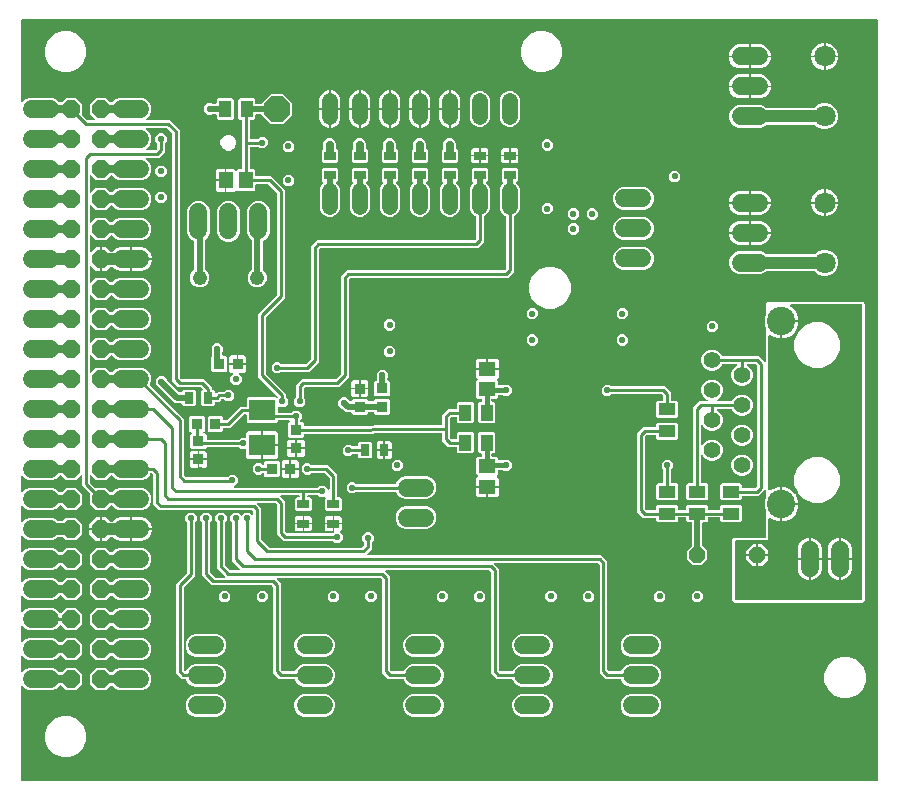
<source format=gbr>
G04 EAGLE Gerber RS-274X export*
G75*
%MOMM*%
%FSLAX34Y34*%
%LPD*%
%INBottom Copper*%
%IPPOS*%
%AMOC8*
5,1,8,0,0,1.08239X$1,22.5*%
G01*
G04 Define Apertures*
%ADD10R,0.920900X0.970200*%
%ADD11R,0.970200X0.920900*%
%ADD12R,2.203600X1.795500*%
%ADD13R,1.164600X1.465300*%
%ADD14R,1.465300X1.164600*%
%ADD15P,1.42962X8X22.5*%
%ADD16C,1.524000*%
%ADD17R,0.970200X0.900000*%
%ADD18R,0.970200X0.932600*%
%ADD19R,0.900000X0.970200*%
%ADD20R,0.932600X0.970200*%
%ADD21R,0.973900X0.798700*%
%ADD22R,1.031200X1.420200*%
%ADD23R,0.798700X0.973900*%
%ADD24R,1.420200X1.031200*%
%ADD25C,1.320800*%
%ADD26P,2.33688X8X22.5*%
%ADD27P,1.64956X8X292.5*%
%ADD28C,2.400000*%
%ADD29C,1.408000*%
%ADD30C,1.230000*%
%ADD31C,1.800000*%
%ADD32C,0.700000*%
%ADD33C,0.254000*%
%ADD34P,0.599644X8X22.5*%
%ADD35C,0.500000*%
%ADD36C,1.000000*%
%ADD37C,0.400000*%
G36*
X726995Y2600D02*
X726698Y2540D01*
X3302Y2540D01*
X3027Y2591D01*
X2772Y2755D01*
X2600Y3005D01*
X2540Y3302D01*
X2540Y82346D01*
X2587Y82609D01*
X2746Y82867D01*
X2994Y83042D01*
X3290Y83108D01*
X3588Y83052D01*
X3841Y82884D01*
X5981Y80745D01*
X9516Y79280D01*
X28584Y79280D01*
X32119Y80745D01*
X34552Y83177D01*
X34793Y83340D01*
X35090Y83400D01*
X36030Y83400D01*
X36316Y83344D01*
X36568Y83177D01*
X40465Y79280D01*
X48435Y79280D01*
X54070Y84915D01*
X54070Y92885D01*
X48435Y98520D01*
X40465Y98520D01*
X36568Y94623D01*
X36327Y94460D01*
X36030Y94400D01*
X35090Y94400D01*
X34804Y94456D01*
X34552Y94623D01*
X32119Y97055D01*
X28584Y98520D01*
X9516Y98520D01*
X5981Y97055D01*
X3841Y94916D01*
X3621Y94763D01*
X3326Y94693D01*
X3027Y94744D01*
X2772Y94907D01*
X2600Y95157D01*
X2540Y95454D01*
X2540Y107746D01*
X2587Y108009D01*
X2746Y108267D01*
X2994Y108442D01*
X3290Y108508D01*
X3588Y108452D01*
X3841Y108284D01*
X5981Y106145D01*
X9516Y104680D01*
X28584Y104680D01*
X32119Y106145D01*
X34552Y108577D01*
X34793Y108740D01*
X35090Y108800D01*
X36030Y108800D01*
X36316Y108744D01*
X36568Y108577D01*
X40465Y104680D01*
X48435Y104680D01*
X54070Y110315D01*
X54070Y118285D01*
X48435Y123920D01*
X40465Y123920D01*
X36568Y120023D01*
X36327Y119860D01*
X36030Y119800D01*
X35090Y119800D01*
X34804Y119856D01*
X34552Y120023D01*
X32119Y122455D01*
X28584Y123920D01*
X9516Y123920D01*
X5981Y122455D01*
X3841Y120316D01*
X3621Y120163D01*
X3326Y120093D01*
X3027Y120144D01*
X2772Y120307D01*
X2600Y120557D01*
X2540Y120854D01*
X2540Y133146D01*
X2587Y133409D01*
X2746Y133667D01*
X2994Y133842D01*
X3290Y133908D01*
X3588Y133852D01*
X3841Y133684D01*
X5981Y131545D01*
X9516Y130080D01*
X28584Y130080D01*
X32119Y131545D01*
X34835Y134260D01*
X34968Y134466D01*
X35215Y134641D01*
X35511Y134706D01*
X35809Y134651D01*
X36062Y134483D01*
X40465Y130080D01*
X48435Y130080D01*
X54070Y135715D01*
X54070Y143685D01*
X48435Y149320D01*
X40465Y149320D01*
X36062Y144917D01*
X35837Y144761D01*
X35541Y144694D01*
X35243Y144747D01*
X34989Y144913D01*
X34837Y145138D01*
X32119Y147855D01*
X28584Y149320D01*
X9516Y149320D01*
X5981Y147855D01*
X3841Y145716D01*
X3621Y145563D01*
X3326Y145493D01*
X3027Y145544D01*
X2772Y145707D01*
X2600Y145957D01*
X2540Y146254D01*
X2540Y158546D01*
X2587Y158809D01*
X2746Y159067D01*
X2994Y159242D01*
X3290Y159308D01*
X3588Y159252D01*
X3841Y159084D01*
X5981Y156945D01*
X9516Y155480D01*
X28584Y155480D01*
X32119Y156945D01*
X34552Y159377D01*
X34793Y159540D01*
X35090Y159600D01*
X36030Y159600D01*
X36316Y159544D01*
X36568Y159377D01*
X40465Y155480D01*
X48435Y155480D01*
X54070Y161115D01*
X54070Y169085D01*
X48435Y174720D01*
X40465Y174720D01*
X36568Y170823D01*
X36327Y170660D01*
X36030Y170600D01*
X35090Y170600D01*
X34804Y170656D01*
X34552Y170823D01*
X32119Y173255D01*
X28584Y174720D01*
X9516Y174720D01*
X5981Y173255D01*
X3841Y171116D01*
X3621Y170963D01*
X3326Y170893D01*
X3027Y170944D01*
X2772Y171107D01*
X2600Y171357D01*
X2540Y171654D01*
X2540Y183946D01*
X2587Y184209D01*
X2746Y184467D01*
X2994Y184642D01*
X3290Y184708D01*
X3588Y184652D01*
X3841Y184484D01*
X5981Y182345D01*
X9516Y180880D01*
X28584Y180880D01*
X32119Y182345D01*
X34552Y184777D01*
X34793Y184940D01*
X35090Y185000D01*
X36030Y185000D01*
X36316Y184944D01*
X36568Y184777D01*
X40465Y180880D01*
X48435Y180880D01*
X54070Y186515D01*
X54070Y194485D01*
X48435Y200120D01*
X40465Y200120D01*
X36568Y196223D01*
X36327Y196060D01*
X36030Y196000D01*
X35090Y196000D01*
X34804Y196056D01*
X34552Y196223D01*
X32119Y198655D01*
X28584Y200120D01*
X9516Y200120D01*
X5981Y198655D01*
X3841Y196516D01*
X3621Y196363D01*
X3326Y196293D01*
X3027Y196344D01*
X2772Y196507D01*
X2600Y196757D01*
X2540Y197054D01*
X2540Y209346D01*
X2587Y209609D01*
X2746Y209867D01*
X2994Y210042D01*
X3290Y210108D01*
X3588Y210052D01*
X3841Y209884D01*
X5981Y207745D01*
X9516Y206280D01*
X28584Y206280D01*
X32119Y207745D01*
X33052Y208677D01*
X33293Y208840D01*
X33590Y208900D01*
X37530Y208900D01*
X37816Y208844D01*
X38068Y208677D01*
X40465Y206280D01*
X48435Y206280D01*
X54070Y211915D01*
X54070Y219885D01*
X48435Y225520D01*
X40465Y225520D01*
X38068Y223123D01*
X37827Y222960D01*
X37530Y222900D01*
X33590Y222900D01*
X33304Y222956D01*
X33052Y223123D01*
X32119Y224055D01*
X28584Y225520D01*
X9516Y225520D01*
X5981Y224055D01*
X3841Y221916D01*
X3621Y221763D01*
X3326Y221693D01*
X3027Y221744D01*
X2772Y221907D01*
X2600Y222157D01*
X2540Y222454D01*
X2540Y234746D01*
X2587Y235009D01*
X2746Y235267D01*
X2994Y235442D01*
X3290Y235508D01*
X3588Y235452D01*
X3841Y235284D01*
X5981Y233145D01*
X9516Y231680D01*
X28584Y231680D01*
X32119Y233145D01*
X34552Y235577D01*
X34793Y235740D01*
X35090Y235800D01*
X36030Y235800D01*
X36316Y235744D01*
X36568Y235577D01*
X40465Y231680D01*
X48435Y231680D01*
X54070Y237315D01*
X54070Y245285D01*
X48435Y250920D01*
X40465Y250920D01*
X36568Y247023D01*
X36327Y246860D01*
X36030Y246800D01*
X35090Y246800D01*
X34804Y246856D01*
X34552Y247023D01*
X32119Y249455D01*
X28584Y250920D01*
X9516Y250920D01*
X5981Y249455D01*
X3841Y247316D01*
X3621Y247163D01*
X3326Y247093D01*
X3027Y247144D01*
X2772Y247307D01*
X2600Y247557D01*
X2540Y247854D01*
X2540Y260146D01*
X2587Y260409D01*
X2746Y260667D01*
X2994Y260842D01*
X3290Y260908D01*
X3588Y260852D01*
X3841Y260684D01*
X5981Y258545D01*
X9516Y257080D01*
X28584Y257080D01*
X32119Y258545D01*
X34552Y260977D01*
X34793Y261140D01*
X35090Y261200D01*
X36030Y261200D01*
X36316Y261144D01*
X36568Y260977D01*
X40465Y257080D01*
X48435Y257080D01*
X52579Y261224D01*
X52799Y261377D01*
X53094Y261447D01*
X53393Y261396D01*
X53648Y261233D01*
X53820Y260983D01*
X53880Y260686D01*
X53880Y252646D01*
X60197Y246329D01*
X60355Y246098D01*
X60420Y245802D01*
X60364Y245504D01*
X60230Y245302D01*
X60230Y237315D01*
X65865Y231680D01*
X73835Y231680D01*
X77732Y235577D01*
X77973Y235740D01*
X78270Y235800D01*
X79210Y235800D01*
X79496Y235744D01*
X79748Y235577D01*
X82181Y233145D01*
X85716Y231680D01*
X104784Y231680D01*
X108319Y233145D01*
X111025Y235851D01*
X112490Y239386D01*
X112490Y243214D01*
X111025Y246749D01*
X108319Y249455D01*
X104784Y250920D01*
X85716Y250920D01*
X82181Y249455D01*
X79748Y247023D01*
X79507Y246860D01*
X79210Y246800D01*
X78270Y246800D01*
X77984Y246856D01*
X77732Y247023D01*
X73835Y250920D01*
X65850Y250920D01*
X65668Y250795D01*
X65372Y250730D01*
X65074Y250786D01*
X64821Y250953D01*
X60643Y255131D01*
X60480Y255373D01*
X60420Y255670D01*
X60420Y260686D01*
X60467Y260949D01*
X60626Y261207D01*
X60874Y261382D01*
X61170Y261448D01*
X61468Y261392D01*
X61721Y261224D01*
X65865Y257080D01*
X73835Y257080D01*
X77732Y260977D01*
X77973Y261140D01*
X78270Y261200D01*
X79210Y261200D01*
X79496Y261144D01*
X79748Y260977D01*
X82181Y258545D01*
X85716Y257080D01*
X104784Y257080D01*
X108319Y258545D01*
X111025Y261251D01*
X111733Y262960D01*
X111890Y263198D01*
X112140Y263370D01*
X112437Y263430D01*
X112630Y263430D01*
X112916Y263374D01*
X113169Y263207D01*
X113982Y262394D01*
X114145Y262152D01*
X114205Y261855D01*
X114205Y236771D01*
X119296Y231680D01*
X197720Y231680D01*
X198006Y231624D01*
X198259Y231457D01*
X198437Y231279D01*
X198600Y231037D01*
X198660Y230740D01*
X198660Y228360D01*
X198613Y228097D01*
X198454Y227839D01*
X198206Y227664D01*
X197910Y227599D01*
X197612Y227654D01*
X197359Y227822D01*
X195621Y229560D01*
X191669Y229560D01*
X189436Y227327D01*
X189206Y227169D01*
X188910Y227104D01*
X188612Y227160D01*
X188359Y227327D01*
X186126Y229560D01*
X182174Y229560D01*
X179380Y226766D01*
X179380Y222814D01*
X180657Y221537D01*
X180820Y221296D01*
X180880Y220999D01*
X180880Y189146D01*
X187655Y182371D01*
X187808Y182151D01*
X187878Y181856D01*
X187827Y181557D01*
X187663Y181302D01*
X187413Y181130D01*
X187116Y181070D01*
X179470Y181070D01*
X179184Y181126D01*
X178931Y181293D01*
X174943Y185281D01*
X174780Y185523D01*
X174720Y185820D01*
X174720Y220999D01*
X174776Y221285D01*
X174943Y221537D01*
X176220Y222814D01*
X176220Y226766D01*
X173426Y229560D01*
X169474Y229560D01*
X166680Y226766D01*
X166680Y222814D01*
X167957Y221537D01*
X168120Y221296D01*
X168180Y220999D01*
X168180Y182796D01*
X174955Y176021D01*
X175108Y175801D01*
X175178Y175506D01*
X175127Y175207D01*
X174963Y174952D01*
X174713Y174780D01*
X174416Y174720D01*
X166770Y174720D01*
X166484Y174776D01*
X166231Y174943D01*
X162243Y178931D01*
X162080Y179173D01*
X162020Y179470D01*
X162020Y220999D01*
X162076Y221285D01*
X162243Y221537D01*
X163520Y222814D01*
X163520Y226766D01*
X160726Y229560D01*
X156774Y229560D01*
X153980Y226766D01*
X153980Y222814D01*
X155257Y221537D01*
X155420Y221296D01*
X155480Y220999D01*
X155480Y176446D01*
X163746Y168180D01*
X214230Y168180D01*
X214516Y168124D01*
X214769Y167957D01*
X215582Y167144D01*
X215745Y166902D01*
X215805Y166605D01*
X215805Y93896D01*
X220896Y88805D01*
X233638Y88805D01*
X233918Y88752D01*
X234172Y88586D01*
X234342Y88335D01*
X235050Y86626D01*
X237756Y83920D01*
X241291Y82455D01*
X260359Y82455D01*
X263894Y83920D01*
X266600Y86626D01*
X268065Y90161D01*
X268065Y93989D01*
X266600Y97524D01*
X263894Y100230D01*
X260359Y101695D01*
X241291Y101695D01*
X237756Y100230D01*
X235050Y97524D01*
X234342Y95815D01*
X234185Y95577D01*
X233935Y95405D01*
X233638Y95345D01*
X223920Y95345D01*
X223634Y95401D01*
X223381Y95568D01*
X222568Y96381D01*
X222405Y96623D01*
X222345Y96920D01*
X222345Y169629D01*
X218745Y173229D01*
X218592Y173449D01*
X218522Y173744D01*
X218573Y174043D01*
X218737Y174298D01*
X218987Y174470D01*
X219284Y174530D01*
X306305Y174530D01*
X306591Y174474D01*
X306844Y174307D01*
X307657Y173494D01*
X307820Y173252D01*
X307880Y172955D01*
X307880Y93896D01*
X312971Y88805D01*
X325713Y88805D01*
X325993Y88752D01*
X326247Y88586D01*
X326417Y88335D01*
X327125Y86626D01*
X329831Y83920D01*
X333366Y82455D01*
X352434Y82455D01*
X355969Y83920D01*
X358675Y86626D01*
X360140Y90161D01*
X360140Y93989D01*
X358675Y97524D01*
X355969Y100230D01*
X352434Y101695D01*
X333366Y101695D01*
X329831Y100230D01*
X327125Y97524D01*
X326417Y95815D01*
X326260Y95577D01*
X326010Y95405D01*
X325713Y95345D01*
X315995Y95345D01*
X315709Y95401D01*
X315456Y95568D01*
X314643Y96381D01*
X314480Y96623D01*
X314420Y96920D01*
X314420Y175979D01*
X310820Y179579D01*
X310667Y179799D01*
X310597Y180094D01*
X310648Y180393D01*
X310812Y180648D01*
X311062Y180820D01*
X311359Y180880D01*
X398380Y180880D01*
X398666Y180824D01*
X398919Y180657D01*
X399732Y179844D01*
X399895Y179602D01*
X399955Y179305D01*
X399955Y93896D01*
X405046Y88805D01*
X417788Y88805D01*
X418068Y88752D01*
X418322Y88586D01*
X418492Y88335D01*
X419200Y86626D01*
X421906Y83920D01*
X425441Y82455D01*
X444509Y82455D01*
X448044Y83920D01*
X450750Y86626D01*
X452215Y90161D01*
X452215Y93989D01*
X450750Y97524D01*
X448044Y100230D01*
X444509Y101695D01*
X425441Y101695D01*
X421906Y100230D01*
X419200Y97524D01*
X418492Y95815D01*
X418335Y95577D01*
X418085Y95405D01*
X417788Y95345D01*
X408070Y95345D01*
X407784Y95401D01*
X407531Y95568D01*
X406718Y96381D01*
X406555Y96623D01*
X406495Y96920D01*
X406495Y182329D01*
X402895Y185929D01*
X402742Y186149D01*
X402672Y186444D01*
X402723Y186743D01*
X402887Y186998D01*
X403137Y187170D01*
X403434Y187230D01*
X490455Y187230D01*
X490741Y187174D01*
X490994Y187007D01*
X491807Y186194D01*
X491970Y185952D01*
X492030Y185655D01*
X492030Y93896D01*
X497121Y88805D01*
X509863Y88805D01*
X510143Y88752D01*
X510397Y88586D01*
X510567Y88335D01*
X511275Y86626D01*
X513981Y83920D01*
X517516Y82455D01*
X536584Y82455D01*
X540119Y83920D01*
X542825Y86626D01*
X544290Y90161D01*
X544290Y93989D01*
X542825Y97524D01*
X540119Y100230D01*
X536584Y101695D01*
X517516Y101695D01*
X513981Y100230D01*
X511275Y97524D01*
X510567Y95815D01*
X510410Y95577D01*
X510160Y95405D01*
X509863Y95345D01*
X500145Y95345D01*
X499859Y95401D01*
X499606Y95568D01*
X498793Y96381D01*
X498630Y96623D01*
X498570Y96920D01*
X498570Y188679D01*
X493479Y193770D01*
X295484Y193770D01*
X295221Y193817D01*
X294963Y193976D01*
X294787Y194224D01*
X294722Y194520D01*
X294778Y194818D01*
X294945Y195071D01*
X299180Y199306D01*
X299180Y204489D01*
X299236Y204775D01*
X299403Y205027D01*
X300680Y206304D01*
X300680Y210256D01*
X297886Y213050D01*
X293934Y213050D01*
X291140Y210256D01*
X291140Y206304D01*
X292417Y205027D01*
X292580Y204786D01*
X292640Y204489D01*
X292640Y202330D01*
X292584Y202044D01*
X292417Y201791D01*
X290969Y200343D01*
X290727Y200180D01*
X290430Y200120D01*
X212490Y200120D01*
X212204Y200176D01*
X211951Y200343D01*
X205423Y206871D01*
X205260Y207113D01*
X205200Y207410D01*
X205200Y233764D01*
X202235Y236729D01*
X202082Y236949D01*
X202012Y237244D01*
X202063Y237543D01*
X202227Y237798D01*
X202477Y237970D01*
X202774Y238030D01*
X217405Y238030D01*
X217691Y237974D01*
X217944Y237807D01*
X218757Y236994D01*
X218920Y236752D01*
X218980Y236455D01*
X218980Y211371D01*
X224697Y205654D01*
X266084Y205654D01*
X266370Y205598D01*
X266622Y205430D01*
X267899Y204154D01*
X271851Y204154D01*
X274645Y206948D01*
X274645Y210899D01*
X272665Y212880D01*
X272507Y213110D01*
X272441Y213406D01*
X272497Y213705D01*
X272665Y213957D01*
X274110Y215402D01*
X274110Y219686D01*
X267462Y219686D01*
X267462Y213534D01*
X266926Y213534D01*
X266977Y213461D01*
X267043Y213165D01*
X266987Y212867D01*
X266819Y212614D01*
X266622Y212417D01*
X266381Y212254D01*
X266084Y212194D01*
X227722Y212194D01*
X227436Y212249D01*
X227183Y212417D01*
X225743Y213856D01*
X225580Y214098D01*
X225520Y214395D01*
X225520Y239479D01*
X221920Y243079D01*
X221767Y243299D01*
X221697Y243594D01*
X221748Y243893D01*
X221912Y244148D01*
X222162Y244320D01*
X222459Y244380D01*
X237268Y244380D01*
X237543Y244329D01*
X237798Y244165D01*
X237970Y243915D01*
X238030Y243618D01*
X238030Y243508D01*
X237979Y243233D01*
X237815Y242977D01*
X237565Y242806D01*
X237268Y242746D01*
X235602Y242746D01*
X234431Y241574D01*
X234431Y231930D01*
X235602Y230759D01*
X246998Y230759D01*
X248170Y231930D01*
X248170Y241574D01*
X246998Y242746D01*
X245332Y242746D01*
X245057Y242797D01*
X244802Y242960D01*
X244630Y243210D01*
X244570Y243508D01*
X244570Y243618D01*
X244621Y243893D01*
X244785Y244148D01*
X245035Y244320D01*
X245332Y244380D01*
X253384Y244380D01*
X253670Y244324D01*
X253922Y244157D01*
X255199Y242880D01*
X259297Y242880D01*
X259560Y242833D01*
X259818Y242674D01*
X259994Y242426D01*
X260059Y242130D01*
X260003Y241832D01*
X259836Y241579D01*
X259831Y241574D01*
X259831Y231930D01*
X261002Y230759D01*
X272398Y230759D01*
X273570Y231930D01*
X273570Y241574D01*
X272398Y242746D01*
X270732Y242746D01*
X270457Y242797D01*
X270202Y242960D01*
X270030Y243210D01*
X269970Y243508D01*
X269970Y261704D01*
X261704Y269970D01*
X248266Y269970D01*
X247980Y270026D01*
X247728Y270193D01*
X246451Y271470D01*
X242499Y271470D01*
X239705Y268676D01*
X239705Y264724D01*
X242499Y261930D01*
X246451Y261930D01*
X247728Y263207D01*
X247969Y263370D01*
X248266Y263430D01*
X258680Y263430D01*
X258966Y263374D01*
X259219Y263207D01*
X263207Y259219D01*
X263370Y258977D01*
X263430Y258680D01*
X263430Y249980D01*
X263383Y249717D01*
X263224Y249459D01*
X262976Y249284D01*
X262680Y249219D01*
X262382Y249274D01*
X262129Y249442D01*
X259151Y252420D01*
X255199Y252420D01*
X253922Y251143D01*
X253681Y250980D01*
X253384Y250920D01*
X183305Y250920D01*
X183042Y250967D01*
X182784Y251126D01*
X182609Y251374D01*
X182544Y251670D01*
X182599Y251968D01*
X182767Y252221D01*
X185745Y255199D01*
X185745Y259151D01*
X182951Y261945D01*
X178999Y261945D01*
X177087Y260033D01*
X176846Y259870D01*
X176549Y259810D01*
X142005Y259810D01*
X141719Y259866D01*
X141466Y260033D01*
X140018Y261481D01*
X139855Y261723D01*
X139795Y262020D01*
X139795Y309329D01*
X111575Y337549D01*
X111415Y337785D01*
X111352Y338082D01*
X111410Y338380D01*
X112490Y340986D01*
X112490Y344814D01*
X111025Y348349D01*
X108319Y351055D01*
X104784Y352520D01*
X85716Y352520D01*
X82181Y351055D01*
X79748Y348623D01*
X79507Y348460D01*
X79210Y348400D01*
X78270Y348400D01*
X77984Y348456D01*
X77732Y348623D01*
X73835Y352520D01*
X65865Y352520D01*
X61721Y348376D01*
X61501Y348223D01*
X61206Y348153D01*
X60907Y348204D01*
X60652Y348367D01*
X60480Y348617D01*
X60420Y348914D01*
X60420Y362286D01*
X60467Y362549D01*
X60626Y362807D01*
X60874Y362982D01*
X61170Y363048D01*
X61468Y362992D01*
X61721Y362824D01*
X65865Y358680D01*
X73835Y358680D01*
X77732Y362577D01*
X77973Y362740D01*
X78270Y362800D01*
X79210Y362800D01*
X79496Y362744D01*
X79748Y362577D01*
X82181Y360145D01*
X85716Y358680D01*
X104784Y358680D01*
X108319Y360145D01*
X111025Y362851D01*
X112490Y366386D01*
X112490Y370214D01*
X111025Y373749D01*
X108319Y376455D01*
X104784Y377920D01*
X85716Y377920D01*
X82181Y376455D01*
X79748Y374023D01*
X79507Y373860D01*
X79210Y373800D01*
X78270Y373800D01*
X77984Y373856D01*
X77732Y374023D01*
X73835Y377920D01*
X65865Y377920D01*
X61721Y373776D01*
X61501Y373623D01*
X61206Y373553D01*
X60907Y373604D01*
X60652Y373767D01*
X60480Y374017D01*
X60420Y374314D01*
X60420Y387686D01*
X60467Y387949D01*
X60626Y388207D01*
X60874Y388382D01*
X61170Y388448D01*
X61468Y388392D01*
X61721Y388224D01*
X65865Y384080D01*
X73835Y384080D01*
X77732Y387977D01*
X77973Y388140D01*
X78270Y388200D01*
X79210Y388200D01*
X79496Y388144D01*
X79748Y387977D01*
X82181Y385545D01*
X85716Y384080D01*
X104784Y384080D01*
X108319Y385545D01*
X111025Y388251D01*
X112490Y391786D01*
X112490Y395614D01*
X111025Y399149D01*
X108319Y401855D01*
X104784Y403320D01*
X85716Y403320D01*
X82181Y401855D01*
X79748Y399423D01*
X79507Y399260D01*
X79210Y399200D01*
X78270Y399200D01*
X77984Y399256D01*
X77732Y399423D01*
X73835Y403320D01*
X65865Y403320D01*
X61721Y399176D01*
X61501Y399023D01*
X61206Y398953D01*
X60907Y399004D01*
X60652Y399167D01*
X60480Y399417D01*
X60420Y399714D01*
X60420Y413086D01*
X60467Y413349D01*
X60626Y413607D01*
X60874Y413782D01*
X61170Y413848D01*
X61468Y413792D01*
X61721Y413624D01*
X65865Y409480D01*
X73835Y409480D01*
X77732Y413377D01*
X77973Y413540D01*
X78270Y413600D01*
X79210Y413600D01*
X79496Y413544D01*
X79748Y413377D01*
X82181Y410945D01*
X85716Y409480D01*
X104784Y409480D01*
X108319Y410945D01*
X111025Y413651D01*
X112490Y417186D01*
X112490Y421014D01*
X111025Y424549D01*
X108319Y427255D01*
X104784Y428720D01*
X85716Y428720D01*
X82181Y427255D01*
X79748Y424823D01*
X79507Y424660D01*
X79210Y424600D01*
X78270Y424600D01*
X77984Y424656D01*
X77732Y424823D01*
X73835Y428720D01*
X65865Y428720D01*
X61721Y424576D01*
X61501Y424423D01*
X61206Y424353D01*
X60907Y424404D01*
X60652Y424567D01*
X60480Y424817D01*
X60420Y425114D01*
X60420Y437722D01*
X60467Y437985D01*
X60626Y438243D01*
X60874Y438419D01*
X61170Y438484D01*
X61468Y438428D01*
X61721Y438261D01*
X65642Y434340D01*
X69088Y434340D01*
X69088Y454660D01*
X65642Y454660D01*
X61721Y450739D01*
X61501Y450586D01*
X61206Y450516D01*
X60907Y450567D01*
X60652Y450731D01*
X60480Y450981D01*
X60420Y451278D01*
X60420Y463886D01*
X60467Y464149D01*
X60626Y464407D01*
X60874Y464582D01*
X61170Y464648D01*
X61468Y464592D01*
X61721Y464424D01*
X65865Y460280D01*
X73835Y460280D01*
X77732Y464177D01*
X77973Y464340D01*
X78270Y464400D01*
X79210Y464400D01*
X79496Y464344D01*
X79748Y464177D01*
X82181Y461745D01*
X85716Y460280D01*
X104784Y460280D01*
X108319Y461745D01*
X111025Y464451D01*
X112490Y467986D01*
X112490Y471814D01*
X111025Y475349D01*
X108319Y478055D01*
X104784Y479520D01*
X85716Y479520D01*
X82181Y478055D01*
X79748Y475623D01*
X79507Y475460D01*
X79210Y475400D01*
X78270Y475400D01*
X77984Y475456D01*
X77732Y475623D01*
X73835Y479520D01*
X65865Y479520D01*
X61721Y475376D01*
X61501Y475223D01*
X61206Y475153D01*
X60907Y475204D01*
X60652Y475367D01*
X60480Y475617D01*
X60420Y475914D01*
X60420Y489286D01*
X60467Y489549D01*
X60626Y489807D01*
X60874Y489982D01*
X61170Y490048D01*
X61468Y489992D01*
X61721Y489824D01*
X65865Y485680D01*
X73835Y485680D01*
X77732Y489577D01*
X77973Y489740D01*
X78270Y489800D01*
X79210Y489800D01*
X79496Y489744D01*
X79748Y489577D01*
X82181Y487145D01*
X85716Y485680D01*
X104784Y485680D01*
X108319Y487145D01*
X111025Y489851D01*
X112490Y493386D01*
X112490Y497214D01*
X111025Y500749D01*
X108319Y503455D01*
X104784Y504920D01*
X85716Y504920D01*
X82181Y503455D01*
X79748Y501023D01*
X79507Y500860D01*
X79210Y500800D01*
X78270Y500800D01*
X77984Y500856D01*
X77732Y501023D01*
X73835Y504920D01*
X65865Y504920D01*
X61721Y500776D01*
X61501Y500623D01*
X61206Y500553D01*
X60907Y500604D01*
X60652Y500767D01*
X60480Y501017D01*
X60420Y501314D01*
X60420Y514686D01*
X60467Y514949D01*
X60626Y515207D01*
X60874Y515382D01*
X61170Y515448D01*
X61468Y515392D01*
X61721Y515224D01*
X65865Y511080D01*
X73835Y511080D01*
X77732Y514977D01*
X77973Y515140D01*
X78270Y515200D01*
X79210Y515200D01*
X79496Y515144D01*
X79748Y514977D01*
X82181Y512545D01*
X85716Y511080D01*
X104784Y511080D01*
X108319Y512545D01*
X111025Y515251D01*
X112490Y518786D01*
X112490Y522614D01*
X111025Y526149D01*
X108346Y528829D01*
X108193Y529049D01*
X108123Y529344D01*
X108174Y529643D01*
X108337Y529898D01*
X108587Y530070D01*
X108884Y530130D01*
X118829Y530130D01*
X123920Y535221D01*
X123920Y542309D01*
X123976Y542595D01*
X124143Y542847D01*
X125420Y544124D01*
X125420Y548076D01*
X122626Y550870D01*
X118674Y550870D01*
X115880Y548076D01*
X115880Y544124D01*
X117157Y542847D01*
X117320Y542606D01*
X117380Y542309D01*
X117380Y538245D01*
X117324Y537959D01*
X117157Y537706D01*
X116344Y536893D01*
X116102Y536730D01*
X115805Y536670D01*
X108884Y536670D01*
X108621Y536717D01*
X108363Y536876D01*
X108188Y537124D01*
X108122Y537420D01*
X108178Y537718D01*
X108346Y537971D01*
X111025Y540651D01*
X112490Y544186D01*
X112490Y548014D01*
X111025Y551549D01*
X108346Y554229D01*
X108193Y554449D01*
X108123Y554744D01*
X108174Y555043D01*
X108337Y555298D01*
X108587Y555470D01*
X108884Y555530D01*
X125330Y555530D01*
X125616Y555474D01*
X125869Y555307D01*
X129857Y551319D01*
X130020Y551077D01*
X130080Y550780D01*
X130080Y341546D01*
X135171Y336455D01*
X153905Y336455D01*
X154191Y336399D01*
X154444Y336232D01*
X155717Y334959D01*
X155875Y334728D01*
X155940Y334432D01*
X155884Y334134D01*
X155717Y333881D01*
X154559Y332723D01*
X154559Y321327D01*
X155730Y320156D01*
X165374Y320156D01*
X166546Y321327D01*
X166546Y322993D01*
X166597Y323268D01*
X166760Y323523D01*
X167010Y323695D01*
X167308Y323755D01*
X169629Y323755D01*
X171311Y325437D01*
X171553Y325600D01*
X171850Y325660D01*
X174009Y325660D01*
X174295Y325604D01*
X174547Y325437D01*
X175824Y324160D01*
X179776Y324160D01*
X182570Y326954D01*
X182570Y330906D01*
X179776Y333700D01*
X175824Y333700D01*
X174547Y332423D01*
X174306Y332260D01*
X174009Y332200D01*
X168826Y332200D01*
X167846Y331221D01*
X167627Y331068D01*
X167332Y330998D01*
X167033Y331049D01*
X166777Y331212D01*
X166606Y331462D01*
X166546Y331760D01*
X166546Y332723D01*
X165374Y333895D01*
X164584Y333895D01*
X164309Y333946D01*
X164054Y334109D01*
X163882Y334359D01*
X163822Y334657D01*
X163822Y336102D01*
X156929Y342995D01*
X138195Y342995D01*
X137909Y343051D01*
X137656Y343218D01*
X136843Y344031D01*
X136680Y344273D01*
X136620Y344570D01*
X136620Y553804D01*
X128354Y562070D01*
X108884Y562070D01*
X108621Y562117D01*
X108363Y562276D01*
X108188Y562524D01*
X108122Y562820D01*
X108178Y563118D01*
X108346Y563371D01*
X111025Y566051D01*
X112490Y569586D01*
X112490Y573414D01*
X111025Y576949D01*
X108319Y579655D01*
X104784Y581120D01*
X85716Y581120D01*
X82181Y579655D01*
X79748Y577223D01*
X79507Y577060D01*
X79210Y577000D01*
X78270Y577000D01*
X77984Y577056D01*
X77732Y577223D01*
X73835Y581120D01*
X65865Y581120D01*
X60230Y575485D01*
X60230Y567515D01*
X64374Y563371D01*
X64527Y563151D01*
X64597Y562856D01*
X64546Y562557D01*
X64383Y562302D01*
X64133Y562130D01*
X63836Y562070D01*
X58820Y562070D01*
X58534Y562126D01*
X58281Y562293D01*
X54103Y566471D01*
X53945Y566702D01*
X53880Y566998D01*
X53936Y567296D01*
X54070Y567498D01*
X54070Y575485D01*
X48435Y581120D01*
X40465Y581120D01*
X36568Y577223D01*
X36327Y577060D01*
X36030Y577000D01*
X35090Y577000D01*
X34804Y577056D01*
X34552Y577223D01*
X32119Y579655D01*
X28584Y581120D01*
X9516Y581120D01*
X5981Y579655D01*
X3841Y577516D01*
X3621Y577363D01*
X3326Y577293D01*
X3027Y577344D01*
X2772Y577507D01*
X2600Y577757D01*
X2540Y578054D01*
X2540Y646698D01*
X2591Y646973D01*
X2755Y647228D01*
X3005Y647400D01*
X3302Y647460D01*
X726698Y647460D01*
X726973Y647409D01*
X727228Y647245D01*
X727400Y646995D01*
X727460Y646698D01*
X727460Y3302D01*
X727409Y3027D01*
X727245Y2772D01*
X726995Y2600D01*
G37*
%LPC*%
G36*
X439211Y602460D02*
X446189Y602460D01*
X452636Y605130D01*
X457570Y610064D01*
X460240Y616511D01*
X460240Y623489D01*
X457570Y629936D01*
X452636Y634870D01*
X446189Y637540D01*
X439211Y637540D01*
X432764Y634870D01*
X427830Y629936D01*
X425160Y623489D01*
X425160Y616511D01*
X427830Y610064D01*
X432764Y605130D01*
X439211Y602460D01*
G37*
G36*
X36511Y602460D02*
X43489Y602460D01*
X49936Y605130D01*
X54870Y610064D01*
X57540Y616511D01*
X57540Y623489D01*
X54870Y629936D01*
X49936Y634870D01*
X43489Y637540D01*
X36511Y637540D01*
X30064Y634870D01*
X25130Y629936D01*
X22460Y623489D01*
X22460Y616511D01*
X25130Y610064D01*
X30064Y605130D01*
X36511Y602460D01*
G37*
G36*
X671085Y616712D02*
X681863Y616712D01*
X681863Y627490D01*
X680330Y627490D01*
X676088Y625733D01*
X672842Y622487D01*
X671085Y618245D01*
X671085Y616712D01*
G37*
G36*
X683387Y616712D02*
X694165Y616712D01*
X694165Y618245D01*
X692408Y622487D01*
X689162Y625733D01*
X684920Y627490D01*
X683387Y627490D01*
X683387Y616712D01*
G37*
G36*
X619887Y616712D02*
X636905Y616712D01*
X636905Y617971D01*
X635358Y621705D01*
X632500Y624563D01*
X628766Y626110D01*
X619887Y626110D01*
X619887Y616712D01*
G37*
G36*
X601345Y616712D02*
X618363Y616712D01*
X618363Y626110D01*
X609484Y626110D01*
X605750Y624563D01*
X602892Y621705D01*
X601345Y617971D01*
X601345Y616712D01*
G37*
G36*
X683387Y604410D02*
X684920Y604410D01*
X689162Y606167D01*
X692408Y609413D01*
X694165Y613655D01*
X694165Y615188D01*
X683387Y615188D01*
X683387Y604410D01*
G37*
G36*
X680330Y604410D02*
X681863Y604410D01*
X681863Y615188D01*
X671085Y615188D01*
X671085Y613655D01*
X672842Y609413D01*
X676088Y606167D01*
X680330Y604410D01*
G37*
G36*
X619887Y605790D02*
X628766Y605790D01*
X632500Y607337D01*
X635358Y610195D01*
X636905Y613929D01*
X636905Y615188D01*
X619887Y615188D01*
X619887Y605790D01*
G37*
G36*
X609484Y605790D02*
X618363Y605790D01*
X618363Y615188D01*
X601345Y615188D01*
X601345Y613929D01*
X602892Y610195D01*
X605750Y607337D01*
X609484Y605790D01*
G37*
G36*
X619887Y591312D02*
X636905Y591312D01*
X636905Y592571D01*
X635358Y596305D01*
X632500Y599163D01*
X628766Y600710D01*
X619887Y600710D01*
X619887Y591312D01*
G37*
G36*
X601345Y591312D02*
X618363Y591312D01*
X618363Y600710D01*
X609484Y600710D01*
X605750Y599163D01*
X602892Y596305D01*
X601345Y592571D01*
X601345Y591312D01*
G37*
G36*
X619887Y580390D02*
X628766Y580390D01*
X632500Y581937D01*
X635358Y584795D01*
X636905Y588529D01*
X636905Y589788D01*
X619887Y589788D01*
X619887Y580390D01*
G37*
G36*
X609484Y580390D02*
X618363Y580390D01*
X618363Y589788D01*
X601345Y589788D01*
X601345Y588529D01*
X602892Y584795D01*
X605750Y581937D01*
X609484Y580390D01*
G37*
G36*
X305181Y572262D02*
X313563Y572262D01*
X313563Y587248D01*
X312506Y587248D01*
X309145Y585856D01*
X306573Y583284D01*
X305181Y579923D01*
X305181Y572262D01*
G37*
G36*
X279781Y572262D02*
X288163Y572262D01*
X288163Y587248D01*
X287106Y587248D01*
X283745Y585856D01*
X281173Y583284D01*
X279781Y579923D01*
X279781Y572262D01*
G37*
G36*
X365887Y572262D02*
X374269Y572262D01*
X374269Y579923D01*
X372877Y583284D01*
X370305Y585856D01*
X366944Y587248D01*
X365887Y587248D01*
X365887Y572262D01*
G37*
G36*
X254381Y572262D02*
X262763Y572262D01*
X262763Y587248D01*
X261706Y587248D01*
X258345Y585856D01*
X255773Y583284D01*
X254381Y579923D01*
X254381Y572262D01*
G37*
G36*
X355981Y572262D02*
X364363Y572262D01*
X364363Y587248D01*
X363306Y587248D01*
X359945Y585856D01*
X357373Y583284D01*
X355981Y579923D01*
X355981Y572262D01*
G37*
G36*
X330581Y572262D02*
X338963Y572262D01*
X338963Y587248D01*
X337906Y587248D01*
X334545Y585856D01*
X331973Y583284D01*
X330581Y579923D01*
X330581Y572262D01*
G37*
G36*
X340487Y572262D02*
X348869Y572262D01*
X348869Y579923D01*
X347477Y583284D01*
X344905Y585856D01*
X341544Y587248D01*
X340487Y587248D01*
X340487Y572262D01*
G37*
G36*
X264287Y572262D02*
X272669Y572262D01*
X272669Y579923D01*
X271277Y583284D01*
X268705Y585856D01*
X265344Y587248D01*
X264287Y587248D01*
X264287Y572262D01*
G37*
G36*
X289687Y572262D02*
X298069Y572262D01*
X298069Y579923D01*
X296677Y583284D01*
X294105Y585856D01*
X290744Y587248D01*
X289687Y587248D01*
X289687Y572262D01*
G37*
G36*
X315087Y572262D02*
X323469Y572262D01*
X323469Y579923D01*
X322077Y583284D01*
X319505Y585856D01*
X316144Y587248D01*
X315087Y587248D01*
X315087Y572262D01*
G37*
G36*
X388814Y556292D02*
X392236Y556292D01*
X395399Y557602D01*
X397819Y560022D01*
X399129Y563185D01*
X399129Y579815D01*
X397819Y582978D01*
X395399Y585398D01*
X392236Y586708D01*
X388814Y586708D01*
X385651Y585398D01*
X383231Y582978D01*
X381921Y579815D01*
X381921Y563185D01*
X383231Y560022D01*
X385651Y557602D01*
X388814Y556292D01*
G37*
G36*
X414214Y556292D02*
X417636Y556292D01*
X420799Y557602D01*
X423219Y560022D01*
X424529Y563185D01*
X424529Y579815D01*
X423219Y582978D01*
X420799Y585398D01*
X417636Y586708D01*
X414214Y586708D01*
X411051Y585398D01*
X408631Y582978D01*
X407321Y579815D01*
X407321Y563185D01*
X408631Y560022D01*
X411051Y557602D01*
X414214Y556292D01*
G37*
G36*
X372171Y279824D02*
X384139Y279824D01*
X385311Y280996D01*
X385311Y296854D01*
X384139Y298026D01*
X372171Y298026D01*
X370999Y296854D01*
X370999Y292957D01*
X370948Y292682D01*
X370784Y292427D01*
X370534Y292255D01*
X370237Y292195D01*
X366795Y292195D01*
X366509Y292251D01*
X366256Y292418D01*
X365443Y293231D01*
X365280Y293473D01*
X365220Y293770D01*
X365220Y299203D01*
X365233Y299269D01*
X365220Y300864D01*
X365220Y300870D01*
X365220Y309480D01*
X365276Y309766D01*
X365443Y310019D01*
X366256Y310832D01*
X366498Y310995D01*
X366795Y311055D01*
X370237Y311055D01*
X370512Y311004D01*
X370767Y310840D01*
X370939Y310590D01*
X370999Y310293D01*
X370999Y306396D01*
X372171Y305224D01*
X384139Y305224D01*
X385311Y306396D01*
X385311Y322254D01*
X384139Y323426D01*
X372171Y323426D01*
X370999Y322254D01*
X370999Y318357D01*
X370948Y318082D01*
X370784Y317827D01*
X370534Y317655D01*
X370237Y317595D01*
X363771Y317595D01*
X358680Y312504D01*
X358680Y304854D01*
X358631Y304585D01*
X358470Y304328D01*
X358221Y304155D01*
X357924Y304092D01*
X242569Y303177D01*
X242288Y303228D01*
X242033Y303391D01*
X241861Y303641D01*
X241801Y303939D01*
X241801Y305279D01*
X240629Y306451D01*
X238982Y306451D01*
X238707Y306502D01*
X238452Y306665D01*
X238280Y306915D01*
X238220Y307213D01*
X238220Y307359D01*
X238276Y307645D01*
X238443Y307897D01*
X239720Y309174D01*
X239720Y313126D01*
X236926Y315920D01*
X232974Y315920D01*
X231697Y314643D01*
X231456Y314480D01*
X231159Y314420D01*
X220155Y314420D01*
X219880Y314471D01*
X219625Y314635D01*
X219453Y314885D01*
X219393Y315182D01*
X219393Y319392D01*
X219440Y319655D01*
X219599Y319913D01*
X219847Y320088D01*
X220143Y320154D01*
X220441Y320098D01*
X220694Y319930D01*
X221544Y319080D01*
X225496Y319080D01*
X228290Y321874D01*
X228290Y325826D01*
X227013Y327103D01*
X226850Y327344D01*
X226790Y327641D01*
X226790Y330284D01*
X209868Y347206D01*
X209705Y347448D01*
X209645Y347745D01*
X209645Y395205D01*
X209701Y395491D01*
X209868Y395744D01*
X225520Y411396D01*
X225520Y503004D01*
X214079Y514445D01*
X201489Y514445D01*
X201214Y514496D01*
X200959Y514660D01*
X200787Y514910D01*
X200727Y515207D01*
X200727Y519330D01*
X199555Y520502D01*
X196936Y520502D01*
X196661Y520553D01*
X196406Y520716D01*
X196234Y520966D01*
X196174Y521264D01*
X196174Y538893D01*
X196225Y539168D01*
X196389Y539423D01*
X196639Y539595D01*
X196936Y539655D01*
X202584Y539655D01*
X202870Y539599D01*
X203122Y539432D01*
X204399Y538155D01*
X208351Y538155D01*
X211145Y540949D01*
X211145Y544901D01*
X208351Y547695D01*
X204399Y547695D01*
X203122Y546418D01*
X202881Y546255D01*
X202584Y546195D01*
X196936Y546195D01*
X196661Y546246D01*
X196406Y546410D01*
X196234Y546660D01*
X196174Y546957D01*
X196174Y561637D01*
X196225Y561912D01*
X196389Y562167D01*
X196639Y562339D01*
X196936Y562399D01*
X199329Y562399D01*
X200501Y563571D01*
X200501Y566238D01*
X200552Y566513D01*
X200716Y566768D01*
X200966Y566940D01*
X201263Y567000D01*
X205518Y567000D01*
X205793Y566949D01*
X206048Y566785D01*
X206220Y566535D01*
X206280Y566238D01*
X206280Y566200D01*
X213775Y558705D01*
X224375Y558705D01*
X231870Y566200D01*
X231870Y576800D01*
X224375Y584295D01*
X213775Y584295D01*
X206280Y576800D01*
X206280Y576762D01*
X206229Y576487D01*
X206065Y576232D01*
X205815Y576060D01*
X205518Y576000D01*
X201263Y576000D01*
X200988Y576051D01*
X200733Y576215D01*
X200561Y576465D01*
X200501Y576762D01*
X200501Y579429D01*
X199329Y580601D01*
X187361Y580601D01*
X186189Y579429D01*
X186189Y563571D01*
X187361Y562399D01*
X188872Y562399D01*
X189147Y562348D01*
X189402Y562184D01*
X189574Y561934D01*
X189634Y561637D01*
X189634Y521264D01*
X189583Y520989D01*
X189419Y520733D01*
X189169Y520562D01*
X188872Y520502D01*
X186253Y520502D01*
X185060Y519309D01*
X184840Y519156D01*
X184545Y519086D01*
X184246Y519137D01*
X183991Y519300D01*
X183944Y519369D01*
X182271Y521042D01*
X176158Y521042D01*
X176158Y501309D01*
X182271Y501309D01*
X183931Y502969D01*
X183965Y503024D01*
X184213Y503199D01*
X184509Y503264D01*
X184807Y503209D01*
X185060Y503041D01*
X186253Y501849D01*
X199555Y501849D01*
X200727Y503020D01*
X200727Y507143D01*
X200778Y507418D01*
X200942Y507673D01*
X201192Y507845D01*
X201489Y507905D01*
X211055Y507905D01*
X211341Y507849D01*
X211594Y507682D01*
X218757Y500519D01*
X218920Y500277D01*
X218980Y499980D01*
X218980Y414420D01*
X218924Y414134D01*
X218757Y413881D01*
X203105Y398229D01*
X203105Y344721D01*
X219836Y327989D01*
X219994Y327759D01*
X220059Y327463D01*
X220004Y327165D01*
X219836Y326912D01*
X219712Y326788D01*
X219482Y326630D01*
X219186Y326565D01*
X218888Y326621D01*
X218635Y326788D01*
X218221Y327202D01*
X194529Y327202D01*
X193357Y326030D01*
X193357Y320256D01*
X193306Y319981D01*
X193142Y319726D01*
X192892Y319554D01*
X192595Y319494D01*
X187870Y319494D01*
X176669Y308293D01*
X176427Y308130D01*
X176130Y308070D01*
X173863Y308070D01*
X173588Y308121D01*
X173333Y308285D01*
X173161Y308535D01*
X173101Y308832D01*
X173101Y310479D01*
X171929Y311651D01*
X161273Y311651D01*
X160101Y310479D01*
X160101Y299121D01*
X161273Y297949D01*
X171929Y297949D01*
X173101Y299121D01*
X173101Y300768D01*
X173152Y301043D01*
X173316Y301298D01*
X173566Y301470D01*
X173863Y301530D01*
X179154Y301530D01*
X190355Y312731D01*
X190597Y312894D01*
X190894Y312954D01*
X192595Y312954D01*
X192870Y312903D01*
X193125Y312739D01*
X193297Y312489D01*
X193357Y312192D01*
X193357Y306418D01*
X194529Y305247D01*
X218221Y305247D01*
X219393Y306418D01*
X219393Y307118D01*
X219444Y307393D01*
X219608Y307648D01*
X219858Y307820D01*
X220155Y307880D01*
X228860Y307880D01*
X229124Y307833D01*
X229382Y307674D01*
X229557Y307426D01*
X229622Y307130D01*
X229567Y306832D01*
X229399Y306579D01*
X228099Y305279D01*
X228099Y294413D01*
X229271Y293242D01*
X240629Y293242D01*
X241801Y294413D01*
X241801Y295874D01*
X241850Y296143D01*
X242011Y296400D01*
X242260Y296574D01*
X242557Y296636D01*
X357912Y297552D01*
X358193Y297501D01*
X358448Y297337D01*
X358620Y297087D01*
X358680Y296790D01*
X358680Y290746D01*
X363771Y285655D01*
X370237Y285655D01*
X370512Y285604D01*
X370767Y285440D01*
X370939Y285190D01*
X370999Y284893D01*
X370999Y280996D01*
X372171Y279824D01*
G37*
G36*
X168971Y562399D02*
X180939Y562399D01*
X182111Y563571D01*
X182111Y579429D01*
X180939Y580601D01*
X168971Y580601D01*
X167799Y579429D01*
X167799Y576762D01*
X167748Y576487D01*
X167584Y576232D01*
X167334Y576060D01*
X167037Y576000D01*
X164486Y576000D01*
X164200Y576056D01*
X163948Y576223D01*
X163901Y576270D01*
X159949Y576270D01*
X157155Y573476D01*
X157155Y569524D01*
X159949Y566730D01*
X163901Y566730D01*
X163948Y566777D01*
X164189Y566940D01*
X164486Y567000D01*
X167037Y567000D01*
X167312Y566949D01*
X167567Y566785D01*
X167739Y566535D01*
X167799Y566238D01*
X167799Y563571D01*
X168971Y562399D01*
G37*
G36*
X680437Y554150D02*
X684813Y554150D01*
X688856Y555825D01*
X691950Y558919D01*
X693625Y562962D01*
X693625Y567338D01*
X691950Y571381D01*
X688856Y574475D01*
X684813Y576150D01*
X680437Y576150D01*
X676394Y574475D01*
X674292Y572373D01*
X674050Y572210D01*
X673753Y572150D01*
X633665Y572150D01*
X633379Y572206D01*
X633127Y572373D01*
X632194Y573305D01*
X628659Y574770D01*
X609591Y574770D01*
X606056Y573305D01*
X603350Y570599D01*
X601885Y567064D01*
X601885Y563236D01*
X603350Y559701D01*
X606056Y556995D01*
X609591Y555530D01*
X628659Y555530D01*
X632194Y556995D01*
X633127Y557927D01*
X633368Y558090D01*
X633665Y558150D01*
X673753Y558150D01*
X674039Y558094D01*
X674292Y557927D01*
X676394Y555825D01*
X680437Y554150D01*
G37*
G36*
X315087Y555752D02*
X316144Y555752D01*
X319505Y557144D01*
X322077Y559716D01*
X323469Y563077D01*
X323469Y570738D01*
X315087Y570738D01*
X315087Y555752D01*
G37*
G36*
X312506Y555752D02*
X313563Y555752D01*
X313563Y570738D01*
X305181Y570738D01*
X305181Y563077D01*
X306573Y559716D01*
X309145Y557144D01*
X312506Y555752D01*
G37*
G36*
X289687Y555752D02*
X290744Y555752D01*
X294105Y557144D01*
X296677Y559716D01*
X298069Y563077D01*
X298069Y570738D01*
X289687Y570738D01*
X289687Y555752D01*
G37*
G36*
X287106Y555752D02*
X288163Y555752D01*
X288163Y570738D01*
X279781Y570738D01*
X279781Y563077D01*
X281173Y559716D01*
X283745Y557144D01*
X287106Y555752D01*
G37*
G36*
X264287Y555752D02*
X265344Y555752D01*
X268705Y557144D01*
X271277Y559716D01*
X272669Y563077D01*
X272669Y570738D01*
X264287Y570738D01*
X264287Y555752D01*
G37*
G36*
X261706Y555752D02*
X262763Y555752D01*
X262763Y570738D01*
X254381Y570738D01*
X254381Y563077D01*
X255773Y559716D01*
X258345Y557144D01*
X261706Y555752D01*
G37*
G36*
X340487Y555752D02*
X341544Y555752D01*
X344905Y557144D01*
X347477Y559716D01*
X348869Y563077D01*
X348869Y570738D01*
X340487Y570738D01*
X340487Y555752D01*
G37*
G36*
X365887Y555752D02*
X366944Y555752D01*
X370305Y557144D01*
X372877Y559716D01*
X374269Y563077D01*
X374269Y570738D01*
X365887Y570738D01*
X365887Y555752D01*
G37*
G36*
X363306Y555752D02*
X364363Y555752D01*
X364363Y570738D01*
X355981Y570738D01*
X355981Y563077D01*
X357373Y559716D01*
X359945Y557144D01*
X363306Y555752D01*
G37*
G36*
X337906Y555752D02*
X338963Y555752D01*
X338963Y570738D01*
X330581Y570738D01*
X330581Y563077D01*
X331973Y559716D01*
X334545Y557144D01*
X337906Y555752D01*
G37*
G36*
X176449Y536135D02*
X179151Y536135D01*
X181646Y537169D01*
X183556Y539079D01*
X184590Y541574D01*
X184590Y544276D01*
X183556Y546771D01*
X181646Y548681D01*
X179151Y549715D01*
X176449Y549715D01*
X173954Y548681D01*
X172044Y546771D01*
X171010Y544276D01*
X171010Y541574D01*
X172044Y539079D01*
X173954Y537169D01*
X176449Y536135D01*
G37*
G36*
X257827Y526034D02*
X269223Y526034D01*
X270395Y527205D01*
X270395Y536849D01*
X269248Y537995D01*
X269085Y538237D01*
X269025Y538534D01*
X269025Y542114D01*
X268188Y544136D01*
X266641Y545683D01*
X264619Y546520D01*
X262431Y546520D01*
X260410Y545683D01*
X258862Y544136D01*
X258025Y542114D01*
X258025Y538534D01*
X257969Y538248D01*
X257802Y537995D01*
X256656Y536849D01*
X256656Y527205D01*
X257827Y526034D01*
G37*
G36*
X359427Y526034D02*
X370823Y526034D01*
X371995Y527205D01*
X371995Y536849D01*
X370848Y537995D01*
X370685Y538237D01*
X370625Y538534D01*
X370625Y542114D01*
X369788Y544136D01*
X368241Y545683D01*
X366219Y546520D01*
X364031Y546520D01*
X362010Y545683D01*
X360462Y544136D01*
X359625Y542114D01*
X359625Y538534D01*
X359569Y538248D01*
X359402Y537995D01*
X358256Y536849D01*
X358256Y527205D01*
X359427Y526034D01*
G37*
G36*
X308627Y526034D02*
X320023Y526034D01*
X321195Y527205D01*
X321195Y536849D01*
X320048Y537995D01*
X319885Y538237D01*
X319825Y538534D01*
X319825Y542114D01*
X318988Y544136D01*
X317441Y545683D01*
X315419Y546520D01*
X313231Y546520D01*
X311210Y545683D01*
X309662Y544136D01*
X308825Y542114D01*
X308825Y538534D01*
X308769Y538248D01*
X308602Y537995D01*
X307456Y536849D01*
X307456Y527205D01*
X308627Y526034D01*
G37*
G36*
X334027Y526034D02*
X345423Y526034D01*
X346595Y527205D01*
X346595Y536849D01*
X345448Y537995D01*
X345285Y538237D01*
X345225Y538534D01*
X345225Y542114D01*
X344388Y544136D01*
X342841Y545683D01*
X340819Y546520D01*
X338631Y546520D01*
X336610Y545683D01*
X335062Y544136D01*
X334225Y542114D01*
X334225Y538534D01*
X334169Y538248D01*
X334002Y537995D01*
X332856Y536849D01*
X332856Y527205D01*
X334027Y526034D01*
G37*
G36*
X283227Y526034D02*
X294623Y526034D01*
X295795Y527205D01*
X295795Y536849D01*
X294648Y537995D01*
X294485Y538237D01*
X294425Y538534D01*
X294425Y542114D01*
X293588Y544136D01*
X292041Y545683D01*
X290019Y546520D01*
X287831Y546520D01*
X285810Y545683D01*
X284262Y544136D01*
X283425Y542114D01*
X283425Y538534D01*
X283369Y538248D01*
X283202Y537995D01*
X282056Y536849D01*
X282056Y527205D01*
X283227Y526034D01*
G37*
G36*
X445699Y536250D02*
X449651Y536250D01*
X452445Y539044D01*
X452445Y542996D01*
X449651Y545790D01*
X445699Y545790D01*
X442905Y542996D01*
X442905Y539044D01*
X445699Y536250D01*
G37*
G36*
X226624Y534980D02*
X230576Y534980D01*
X233370Y537774D01*
X233370Y541726D01*
X230576Y544520D01*
X226624Y544520D01*
X223830Y541726D01*
X223830Y537774D01*
X226624Y534980D01*
G37*
G36*
X416687Y532789D02*
X423335Y532789D01*
X423335Y537073D01*
X421847Y538561D01*
X416687Y538561D01*
X416687Y532789D01*
G37*
G36*
X391287Y532789D02*
X397935Y532789D01*
X397935Y537073D01*
X396447Y538561D01*
X391287Y538561D01*
X391287Y532789D01*
G37*
G36*
X383116Y532789D02*
X389763Y532789D01*
X389763Y538561D01*
X384603Y538561D01*
X383116Y537073D01*
X383116Y532789D01*
G37*
G36*
X408516Y532789D02*
X415163Y532789D01*
X415163Y538561D01*
X410003Y538561D01*
X408516Y537073D01*
X408516Y532789D01*
G37*
G36*
X416687Y525494D02*
X421847Y525494D01*
X423335Y526981D01*
X423335Y531265D01*
X416687Y531265D01*
X416687Y525494D01*
G37*
G36*
X391287Y525494D02*
X396447Y525494D01*
X397935Y526981D01*
X397935Y531265D01*
X391287Y531265D01*
X391287Y525494D01*
G37*
G36*
X384603Y525494D02*
X389763Y525494D01*
X389763Y531265D01*
X383116Y531265D01*
X383116Y526981D01*
X384603Y525494D01*
G37*
G36*
X410003Y525494D02*
X415163Y525494D01*
X415163Y531265D01*
X408516Y531265D01*
X408516Y526981D01*
X410003Y525494D01*
G37*
G36*
X118674Y514025D02*
X122626Y514025D01*
X125420Y516819D01*
X125420Y520771D01*
X122626Y523565D01*
X118674Y523565D01*
X115880Y520771D01*
X115880Y516819D01*
X118674Y514025D01*
G37*
G36*
X287214Y480092D02*
X290636Y480092D01*
X293799Y481402D01*
X296219Y483822D01*
X297529Y486985D01*
X297529Y503615D01*
X296219Y506778D01*
X294484Y508513D01*
X294326Y508743D01*
X294261Y509040D01*
X294317Y509338D01*
X294484Y509591D01*
X295795Y510901D01*
X295795Y520545D01*
X294623Y521717D01*
X283227Y521717D01*
X282056Y520545D01*
X282056Y510901D01*
X283366Y509591D01*
X283524Y509360D01*
X283589Y509064D01*
X283534Y508766D01*
X283366Y508513D01*
X281631Y506778D01*
X280321Y503615D01*
X280321Y486985D01*
X281631Y483822D01*
X284051Y481402D01*
X287214Y480092D01*
G37*
G36*
X236149Y319080D02*
X240101Y319080D01*
X242895Y321874D01*
X242895Y325826D01*
X241618Y327103D01*
X241455Y327344D01*
X241395Y327641D01*
X241395Y334880D01*
X241451Y335166D01*
X241618Y335419D01*
X242431Y336232D01*
X242673Y336395D01*
X242970Y336455D01*
X271229Y336455D01*
X279495Y344721D01*
X279495Y426955D01*
X279551Y427241D01*
X279718Y427494D01*
X280531Y428307D01*
X280773Y428470D01*
X281070Y428530D01*
X414104Y428530D01*
X419195Y433621D01*
X419195Y480228D01*
X419248Y480509D01*
X419414Y480763D01*
X419665Y480932D01*
X420799Y481402D01*
X423219Y483822D01*
X424529Y486985D01*
X424529Y503615D01*
X423219Y506778D01*
X421484Y508513D01*
X421326Y508743D01*
X421261Y509040D01*
X421317Y509338D01*
X421484Y509591D01*
X422795Y510901D01*
X422795Y520545D01*
X421623Y521717D01*
X410227Y521717D01*
X409056Y520545D01*
X409056Y510901D01*
X410366Y509591D01*
X410524Y509360D01*
X410589Y509064D01*
X410534Y508766D01*
X410366Y508513D01*
X408631Y506778D01*
X407321Y503615D01*
X407321Y486985D01*
X408631Y483822D01*
X411051Y481402D01*
X412185Y480932D01*
X412423Y480776D01*
X412595Y480526D01*
X412655Y480228D01*
X412655Y436645D01*
X412599Y436359D01*
X412432Y436106D01*
X411619Y435293D01*
X411377Y435130D01*
X411080Y435070D01*
X278046Y435070D01*
X272955Y429979D01*
X272955Y347745D01*
X272899Y347459D01*
X272732Y347206D01*
X268744Y343218D01*
X268502Y343055D01*
X268205Y342995D01*
X239946Y342995D01*
X234855Y337904D01*
X234855Y327641D01*
X234799Y327355D01*
X234632Y327103D01*
X233355Y325826D01*
X233355Y321874D01*
X236149Y319080D01*
G37*
G36*
X217099Y347655D02*
X221051Y347655D01*
X222328Y348932D01*
X222569Y349095D01*
X222866Y349155D01*
X245829Y349155D01*
X254095Y357421D01*
X254095Y452355D01*
X254151Y452641D01*
X254318Y452894D01*
X255131Y453707D01*
X255373Y453870D01*
X255670Y453930D01*
X388704Y453930D01*
X393795Y459021D01*
X393795Y480228D01*
X393848Y480509D01*
X394014Y480763D01*
X394265Y480932D01*
X395399Y481402D01*
X397819Y483822D01*
X399129Y486985D01*
X399129Y503615D01*
X397819Y506778D01*
X396084Y508513D01*
X395926Y508743D01*
X395861Y509040D01*
X395917Y509338D01*
X396084Y509591D01*
X397395Y510901D01*
X397395Y520545D01*
X396223Y521717D01*
X384827Y521717D01*
X383656Y520545D01*
X383656Y510901D01*
X384966Y509591D01*
X385124Y509360D01*
X385189Y509064D01*
X385134Y508766D01*
X384966Y508513D01*
X383231Y506778D01*
X381921Y503615D01*
X381921Y486985D01*
X383231Y483822D01*
X385651Y481402D01*
X386785Y480932D01*
X387023Y480776D01*
X387195Y480526D01*
X387255Y480228D01*
X387255Y462045D01*
X387199Y461759D01*
X387032Y461506D01*
X386219Y460693D01*
X385977Y460530D01*
X385680Y460470D01*
X252646Y460470D01*
X247555Y455379D01*
X247555Y360445D01*
X247499Y360159D01*
X247332Y359906D01*
X243344Y355918D01*
X243102Y355755D01*
X242805Y355695D01*
X222866Y355695D01*
X222580Y355751D01*
X222328Y355918D01*
X221051Y357195D01*
X217099Y357195D01*
X214305Y354401D01*
X214305Y350449D01*
X217099Y347655D01*
G37*
G36*
X363414Y480092D02*
X366836Y480092D01*
X369999Y481402D01*
X372419Y483822D01*
X373729Y486985D01*
X373729Y503615D01*
X372419Y506778D01*
X370684Y508513D01*
X370526Y508743D01*
X370461Y509040D01*
X370517Y509338D01*
X370684Y509591D01*
X371995Y510901D01*
X371995Y520545D01*
X370823Y521717D01*
X359427Y521717D01*
X358256Y520545D01*
X358256Y510901D01*
X359566Y509591D01*
X359724Y509360D01*
X359789Y509064D01*
X359734Y508766D01*
X359566Y508513D01*
X357831Y506778D01*
X356521Y503615D01*
X356521Y486985D01*
X357831Y483822D01*
X360251Y481402D01*
X363414Y480092D01*
G37*
G36*
X338014Y480092D02*
X341436Y480092D01*
X344599Y481402D01*
X347019Y483822D01*
X348329Y486985D01*
X348329Y503615D01*
X347019Y506778D01*
X345284Y508513D01*
X345126Y508743D01*
X345061Y509040D01*
X345117Y509338D01*
X345284Y509591D01*
X346595Y510901D01*
X346595Y520545D01*
X345423Y521717D01*
X334027Y521717D01*
X332856Y520545D01*
X332856Y510901D01*
X334166Y509591D01*
X334324Y509360D01*
X334389Y509064D01*
X334334Y508766D01*
X334166Y508513D01*
X332431Y506778D01*
X331121Y503615D01*
X331121Y486985D01*
X332431Y483822D01*
X334851Y481402D01*
X338014Y480092D01*
G37*
G36*
X312614Y480092D02*
X316036Y480092D01*
X319199Y481402D01*
X321619Y483822D01*
X322929Y486985D01*
X322929Y503615D01*
X321619Y506778D01*
X319884Y508513D01*
X319726Y508743D01*
X319661Y509040D01*
X319717Y509338D01*
X319884Y509591D01*
X321195Y510901D01*
X321195Y520545D01*
X320023Y521717D01*
X308627Y521717D01*
X307456Y520545D01*
X307456Y510901D01*
X308766Y509591D01*
X308924Y509360D01*
X308989Y509064D01*
X308934Y508766D01*
X308766Y508513D01*
X307031Y506778D01*
X305721Y503615D01*
X305721Y486985D01*
X307031Y483822D01*
X309451Y481402D01*
X312614Y480092D01*
G37*
G36*
X261814Y480092D02*
X265236Y480092D01*
X268399Y481402D01*
X270819Y483822D01*
X272129Y486985D01*
X272129Y503615D01*
X270819Y506778D01*
X269084Y508513D01*
X268926Y508743D01*
X268861Y509040D01*
X268917Y509338D01*
X269084Y509591D01*
X270395Y510901D01*
X270395Y520545D01*
X269223Y521717D01*
X257827Y521717D01*
X256656Y520545D01*
X256656Y510901D01*
X257966Y509591D01*
X258124Y509360D01*
X258189Y509064D01*
X258134Y508766D01*
X257966Y508513D01*
X256231Y506778D01*
X254921Y503615D01*
X254921Y486985D01*
X256231Y483822D01*
X258651Y481402D01*
X261814Y480092D01*
G37*
G36*
X167033Y511937D02*
X174634Y511937D01*
X174634Y521042D01*
X168521Y521042D01*
X167033Y519554D01*
X167033Y511937D01*
G37*
G36*
X553649Y509580D02*
X557601Y509580D01*
X560395Y512374D01*
X560395Y516326D01*
X557601Y519120D01*
X553649Y519120D01*
X550855Y516326D01*
X550855Y512374D01*
X553649Y509580D01*
G37*
G36*
X226624Y506405D02*
X230576Y506405D01*
X233370Y509199D01*
X233370Y513151D01*
X230576Y515945D01*
X226624Y515945D01*
X223830Y513151D01*
X223830Y509199D01*
X226624Y506405D01*
G37*
G36*
X168521Y501309D02*
X174634Y501309D01*
X174634Y510413D01*
X167033Y510413D01*
X167033Y502796D01*
X168521Y501309D01*
G37*
G36*
X511166Y486276D02*
X530234Y486276D01*
X533769Y487740D01*
X536475Y490446D01*
X537940Y493982D01*
X537940Y497809D01*
X536475Y501345D01*
X533769Y504051D01*
X530234Y505516D01*
X511166Y505516D01*
X507631Y504051D01*
X504925Y501345D01*
X503460Y497809D01*
X503460Y493982D01*
X504925Y490446D01*
X507631Y487740D01*
X511166Y486276D01*
G37*
G36*
X671085Y492887D02*
X681863Y492887D01*
X681863Y503665D01*
X680330Y503665D01*
X676088Y501908D01*
X672842Y498662D01*
X671085Y494420D01*
X671085Y492887D01*
G37*
G36*
X683387Y492887D02*
X694165Y492887D01*
X694165Y494420D01*
X692408Y498662D01*
X689162Y501908D01*
X684920Y503665D01*
X683387Y503665D01*
X683387Y492887D01*
G37*
G36*
X601345Y492887D02*
X618363Y492887D01*
X618363Y502285D01*
X609484Y502285D01*
X605750Y500738D01*
X602892Y497880D01*
X601345Y494146D01*
X601345Y492887D01*
G37*
G36*
X619887Y492887D02*
X636905Y492887D01*
X636905Y494146D01*
X635358Y497880D01*
X632500Y500738D01*
X628766Y502285D01*
X619887Y502285D01*
X619887Y492887D01*
G37*
G36*
X118674Y491800D02*
X122626Y491800D01*
X125420Y494594D01*
X125420Y498546D01*
X122626Y501340D01*
X118674Y501340D01*
X115880Y498546D01*
X115880Y494594D01*
X118674Y491800D01*
G37*
G36*
X200579Y420475D02*
X203821Y420475D01*
X206817Y421716D01*
X209109Y424008D01*
X210350Y427004D01*
X210350Y430246D01*
X209109Y433242D01*
X206923Y435428D01*
X206760Y435669D01*
X206700Y435966D01*
X206700Y459158D01*
X206753Y459438D01*
X206919Y459692D01*
X207170Y459862D01*
X208649Y460475D01*
X211355Y463181D01*
X212820Y466716D01*
X212820Y485784D01*
X211355Y489319D01*
X208649Y492025D01*
X205114Y493490D01*
X201286Y493490D01*
X197751Y492025D01*
X195045Y489319D01*
X193580Y485784D01*
X193580Y466716D01*
X195045Y463181D01*
X197477Y460748D01*
X197640Y460507D01*
X197700Y460210D01*
X197700Y435966D01*
X197644Y435681D01*
X197477Y435428D01*
X195291Y433242D01*
X194050Y430246D01*
X194050Y427004D01*
X195291Y424008D01*
X197583Y421716D01*
X200579Y420475D01*
G37*
G36*
X151779Y420475D02*
X155021Y420475D01*
X158017Y421716D01*
X160309Y424008D01*
X161550Y427004D01*
X161550Y430246D01*
X160309Y433242D01*
X158123Y435428D01*
X157960Y435669D01*
X157900Y435966D01*
X157900Y460210D01*
X157956Y460496D01*
X158123Y460748D01*
X160555Y463181D01*
X162020Y466716D01*
X162020Y485784D01*
X160555Y489319D01*
X157849Y492025D01*
X154314Y493490D01*
X150486Y493490D01*
X146951Y492025D01*
X144245Y489319D01*
X142780Y485784D01*
X142780Y466716D01*
X144245Y463181D01*
X146951Y460475D01*
X148430Y459862D01*
X148668Y459705D01*
X148840Y459455D01*
X148900Y459158D01*
X148900Y435966D01*
X148844Y435681D01*
X148677Y435428D01*
X146491Y433242D01*
X145250Y430246D01*
X145250Y427004D01*
X146491Y424008D01*
X148783Y421716D01*
X151779Y420475D01*
G37*
G36*
X175886Y459010D02*
X179714Y459010D01*
X183249Y460475D01*
X185955Y463181D01*
X187420Y466716D01*
X187420Y485784D01*
X185955Y489319D01*
X183249Y492025D01*
X179714Y493490D01*
X175886Y493490D01*
X172351Y492025D01*
X169645Y489319D01*
X168180Y485784D01*
X168180Y466716D01*
X169645Y463181D01*
X172351Y460475D01*
X175886Y459010D01*
G37*
G36*
X445699Y482275D02*
X449651Y482275D01*
X452445Y485069D01*
X452445Y489021D01*
X449651Y491815D01*
X445699Y491815D01*
X442905Y489021D01*
X442905Y485069D01*
X445699Y482275D01*
G37*
G36*
X609484Y481965D02*
X618363Y481965D01*
X618363Y491363D01*
X601345Y491363D01*
X601345Y490104D01*
X602892Y486370D01*
X605750Y483512D01*
X609484Y481965D01*
G37*
G36*
X619887Y481965D02*
X628766Y481965D01*
X632500Y483512D01*
X635358Y486370D01*
X636905Y490104D01*
X636905Y491363D01*
X619887Y491363D01*
X619887Y481965D01*
G37*
G36*
X683387Y480585D02*
X684920Y480585D01*
X689162Y482342D01*
X692408Y485588D01*
X694165Y489830D01*
X694165Y491363D01*
X683387Y491363D01*
X683387Y480585D01*
G37*
G36*
X680330Y480585D02*
X681863Y480585D01*
X681863Y491363D01*
X671085Y491363D01*
X671085Y489830D01*
X672842Y485588D01*
X676088Y482342D01*
X680330Y480585D01*
G37*
G36*
X483799Y477830D02*
X487751Y477830D01*
X490545Y480624D01*
X490545Y484576D01*
X487751Y487370D01*
X483799Y487370D01*
X481005Y484576D01*
X481005Y480624D01*
X483799Y477830D01*
G37*
G36*
X467924Y477830D02*
X471876Y477830D01*
X474670Y480624D01*
X474670Y484576D01*
X471876Y487370D01*
X467924Y487370D01*
X465130Y484576D01*
X465130Y480624D01*
X467924Y477830D01*
G37*
G36*
X511166Y460876D02*
X530234Y460876D01*
X533769Y462340D01*
X536475Y465046D01*
X537940Y468582D01*
X537940Y472409D01*
X536475Y475945D01*
X533769Y478651D01*
X530234Y480116D01*
X511166Y480116D01*
X507631Y478651D01*
X504925Y475945D01*
X503460Y472409D01*
X503460Y468582D01*
X504925Y465046D01*
X507631Y462340D01*
X511166Y460876D01*
G37*
G36*
X619887Y467487D02*
X636905Y467487D01*
X636905Y468746D01*
X635358Y472480D01*
X632500Y475338D01*
X628766Y476885D01*
X619887Y476885D01*
X619887Y467487D01*
G37*
G36*
X601345Y467487D02*
X618363Y467487D01*
X618363Y476885D01*
X609484Y476885D01*
X605750Y475338D01*
X602892Y472480D01*
X601345Y468746D01*
X601345Y467487D01*
G37*
G36*
X467924Y465130D02*
X471876Y465130D01*
X474670Y467924D01*
X474670Y471876D01*
X471876Y474670D01*
X467924Y474670D01*
X465130Y471876D01*
X465130Y467924D01*
X467924Y465130D01*
G37*
G36*
X609484Y456565D02*
X618363Y456565D01*
X618363Y465963D01*
X601345Y465963D01*
X601345Y464704D01*
X602892Y460970D01*
X605750Y458112D01*
X609484Y456565D01*
G37*
G36*
X619887Y456565D02*
X628766Y456565D01*
X632500Y458112D01*
X635358Y460970D01*
X636905Y464704D01*
X636905Y465963D01*
X619887Y465963D01*
X619887Y456565D01*
G37*
G36*
X511166Y435476D02*
X530234Y435476D01*
X533769Y436940D01*
X536475Y439646D01*
X537940Y443182D01*
X537940Y447009D01*
X536475Y450545D01*
X533769Y453251D01*
X530234Y454716D01*
X511166Y454716D01*
X507631Y453251D01*
X504925Y450545D01*
X503460Y447009D01*
X503460Y443182D01*
X504925Y439646D01*
X507631Y436940D01*
X511166Y435476D01*
G37*
G36*
X96012Y445262D02*
X113030Y445262D01*
X113030Y446521D01*
X111483Y450255D01*
X108625Y453113D01*
X104891Y454660D01*
X96012Y454660D01*
X96012Y445262D01*
G37*
G36*
X70612Y434340D02*
X74058Y434340D01*
X78201Y438483D01*
X78432Y438641D01*
X78728Y438706D01*
X79026Y438650D01*
X79279Y438483D01*
X81875Y435887D01*
X85609Y434340D01*
X94488Y434340D01*
X94488Y454660D01*
X85609Y454660D01*
X81875Y453113D01*
X79279Y450517D01*
X79048Y450359D01*
X78752Y450294D01*
X78454Y450350D01*
X78201Y450517D01*
X74058Y454660D01*
X70612Y454660D01*
X70612Y434340D01*
G37*
G36*
X680437Y430325D02*
X684813Y430325D01*
X688856Y432000D01*
X691950Y435094D01*
X693625Y439137D01*
X693625Y443513D01*
X691950Y447556D01*
X688856Y450650D01*
X684813Y452325D01*
X680437Y452325D01*
X676394Y450650D01*
X674292Y448548D01*
X674050Y448385D01*
X673753Y448325D01*
X633665Y448325D01*
X633379Y448381D01*
X633127Y448548D01*
X632194Y449480D01*
X628659Y450945D01*
X609591Y450945D01*
X606056Y449480D01*
X603350Y446774D01*
X601885Y443239D01*
X601885Y439411D01*
X603350Y435876D01*
X606056Y433170D01*
X609591Y431705D01*
X628659Y431705D01*
X632194Y433170D01*
X633127Y434102D01*
X633368Y434265D01*
X633665Y434325D01*
X673753Y434325D01*
X674039Y434269D01*
X674292Y434102D01*
X676394Y432000D01*
X680437Y430325D01*
G37*
G36*
X96012Y434340D02*
X104891Y434340D01*
X108625Y435887D01*
X111483Y438745D01*
X113030Y442479D01*
X113030Y443738D01*
X96012Y443738D01*
X96012Y434340D01*
G37*
G36*
X446511Y402460D02*
X453489Y402460D01*
X459936Y405130D01*
X464870Y410064D01*
X467540Y416511D01*
X467540Y423489D01*
X464870Y429936D01*
X459936Y434870D01*
X453489Y437540D01*
X446511Y437540D01*
X440064Y434870D01*
X435130Y429936D01*
X432460Y423489D01*
X432460Y416511D01*
X435130Y410064D01*
X440064Y405130D01*
X446511Y402460D01*
G37*
G36*
X606465Y153575D02*
X714342Y153575D01*
X714714Y153607D01*
X715042Y153692D01*
X715351Y153833D01*
X715632Y154023D01*
X715877Y154259D01*
X716078Y154532D01*
X716230Y154836D01*
X716327Y155154D01*
X716375Y155615D01*
X716375Y406367D01*
X716343Y406739D01*
X716258Y407067D01*
X716117Y407376D01*
X715927Y407657D01*
X715691Y407902D01*
X715418Y408103D01*
X715114Y408255D01*
X714796Y408352D01*
X714335Y408400D01*
X635033Y408400D01*
X634662Y408368D01*
X634333Y408283D01*
X634024Y408142D01*
X633743Y407952D01*
X633498Y407716D01*
X633297Y407443D01*
X633145Y407139D01*
X633048Y406821D01*
X633000Y406360D01*
X633000Y397669D01*
X632942Y397377D01*
X631775Y394560D01*
X631775Y388990D01*
X632942Y386173D01*
X633000Y385881D01*
X633000Y357714D01*
X632953Y357451D01*
X632794Y357193D01*
X632546Y357017D01*
X632250Y356952D01*
X631952Y357008D01*
X631699Y357175D01*
X626829Y362045D01*
X596315Y362045D01*
X596034Y362098D01*
X595780Y362264D01*
X595611Y362515D01*
X595039Y363896D01*
X592496Y366439D01*
X589173Y367815D01*
X585577Y367815D01*
X582254Y366439D01*
X579711Y363896D01*
X578335Y360573D01*
X578335Y356977D01*
X579711Y353654D01*
X582254Y351111D01*
X585577Y349735D01*
X589173Y349735D01*
X592496Y351111D01*
X595039Y353654D01*
X595611Y355035D01*
X595767Y355273D01*
X596017Y355445D01*
X596315Y355505D01*
X608088Y355505D01*
X608345Y355460D01*
X608604Y355303D01*
X608782Y355057D01*
X608849Y354761D01*
X608796Y354463D01*
X608631Y354209D01*
X608379Y354039D01*
X607654Y353739D01*
X605111Y351196D01*
X603735Y347873D01*
X603735Y344277D01*
X605111Y340954D01*
X607654Y338411D01*
X610977Y337035D01*
X614573Y337035D01*
X617896Y338411D01*
X620439Y340954D01*
X621815Y344277D01*
X621815Y347873D01*
X620439Y351196D01*
X617896Y353739D01*
X617171Y354039D01*
X616950Y354179D01*
X616771Y354424D01*
X616701Y354719D01*
X616752Y355018D01*
X616915Y355273D01*
X617165Y355445D01*
X617462Y355505D01*
X623805Y355505D01*
X624091Y355449D01*
X624344Y355282D01*
X625157Y354469D01*
X625320Y354227D01*
X625380Y353930D01*
X625380Y252495D01*
X625324Y252209D01*
X625157Y251956D01*
X624014Y250813D01*
X623772Y250650D01*
X623475Y250590D01*
X613113Y250590D01*
X612838Y250641D01*
X612583Y250805D01*
X612411Y251055D01*
X612351Y251352D01*
X612351Y253304D01*
X611179Y254476D01*
X595321Y254476D01*
X594149Y253304D01*
X594149Y241336D01*
X595321Y240164D01*
X611179Y240164D01*
X612351Y241336D01*
X612351Y243288D01*
X612402Y243563D01*
X612566Y243818D01*
X612816Y243990D01*
X613113Y244050D01*
X626499Y244050D01*
X631699Y249250D01*
X631919Y249403D01*
X632214Y249473D01*
X632513Y249422D01*
X632768Y249258D01*
X632940Y249008D01*
X633000Y248711D01*
X633000Y242769D01*
X632942Y242477D01*
X631775Y239660D01*
X631775Y234090D01*
X632942Y231273D01*
X633000Y230981D01*
X633000Y209137D01*
X632949Y208862D01*
X632785Y208607D01*
X632535Y208435D01*
X632238Y208375D01*
X606458Y208375D01*
X606087Y208343D01*
X605758Y208258D01*
X605449Y208117D01*
X605168Y207927D01*
X604923Y207691D01*
X604722Y207418D01*
X604570Y207114D01*
X604473Y206796D01*
X604425Y206335D01*
X604425Y155608D01*
X604457Y155237D01*
X604542Y154908D01*
X604683Y154599D01*
X604873Y154318D01*
X605109Y154073D01*
X605382Y153872D01*
X605686Y153720D01*
X606004Y153623D01*
X606465Y153575D01*
G37*
G36*
X509199Y393375D02*
X513151Y393375D01*
X515945Y396169D01*
X515945Y400121D01*
X513151Y402915D01*
X509199Y402915D01*
X506405Y400121D01*
X506405Y396169D01*
X509199Y393375D01*
G37*
G36*
X432999Y393375D02*
X436951Y393375D01*
X439745Y396169D01*
X439745Y400121D01*
X436951Y402915D01*
X432999Y402915D01*
X430205Y400121D01*
X430205Y396169D01*
X432999Y393375D01*
G37*
G36*
X312349Y383850D02*
X316301Y383850D01*
X319095Y386644D01*
X319095Y390596D01*
X316301Y393390D01*
X312349Y393390D01*
X309555Y390596D01*
X309555Y386644D01*
X312349Y383850D01*
G37*
G36*
X585399Y382580D02*
X589351Y382580D01*
X592145Y385374D01*
X592145Y389326D01*
X589351Y392120D01*
X585399Y392120D01*
X582605Y389326D01*
X582605Y385374D01*
X585399Y382580D01*
G37*
G36*
X509199Y371150D02*
X513151Y371150D01*
X515945Y373944D01*
X515945Y377896D01*
X513151Y380690D01*
X509199Y380690D01*
X506405Y377896D01*
X506405Y373944D01*
X509199Y371150D01*
G37*
G36*
X432999Y371150D02*
X436951Y371150D01*
X439745Y373944D01*
X439745Y377896D01*
X436951Y380690D01*
X432999Y380690D01*
X430205Y377896D01*
X430205Y373944D01*
X432999Y371150D01*
G37*
G36*
X164621Y348749D02*
X175487Y348749D01*
X176659Y349921D01*
X176659Y361279D01*
X175487Y362451D01*
X173537Y362451D01*
X173262Y362502D01*
X173007Y362666D01*
X172835Y362916D01*
X172775Y363213D01*
X172775Y365739D01*
X172831Y366025D01*
X172998Y366277D01*
X173045Y366324D01*
X173045Y370276D01*
X170251Y373070D01*
X166299Y373070D01*
X163505Y370276D01*
X163505Y366324D01*
X163552Y366277D01*
X163715Y366036D01*
X163775Y365739D01*
X163775Y361921D01*
X163719Y361635D01*
X163552Y361382D01*
X163450Y361279D01*
X163450Y356711D01*
X163398Y356463D01*
X163450Y356192D01*
X163450Y349921D01*
X164621Y348749D01*
G37*
G36*
X312349Y361625D02*
X316301Y361625D01*
X319095Y364419D01*
X319095Y368371D01*
X316301Y371165D01*
X312349Y371165D01*
X309555Y368371D01*
X309555Y364419D01*
X312349Y361625D01*
G37*
G36*
X178402Y356362D02*
X184784Y356362D01*
X184784Y362991D01*
X179889Y362991D01*
X178402Y361503D01*
X178402Y356362D01*
G37*
G36*
X186308Y356362D02*
X192691Y356362D01*
X192691Y361503D01*
X191203Y362991D01*
X186308Y362991D01*
X186308Y356362D01*
G37*
G36*
X397637Y352416D02*
X406742Y352416D01*
X406742Y358529D01*
X405254Y360017D01*
X397637Y360017D01*
X397637Y352416D01*
G37*
G36*
X387009Y352416D02*
X396113Y352416D01*
X396113Y360017D01*
X388496Y360017D01*
X387009Y358529D01*
X387009Y352416D01*
G37*
G36*
X182174Y338130D02*
X186126Y338130D01*
X188920Y340924D01*
X188920Y344876D01*
X186888Y346908D01*
X186735Y347128D01*
X186665Y347423D01*
X186716Y347722D01*
X186879Y347977D01*
X187129Y348149D01*
X187426Y348209D01*
X191203Y348209D01*
X192691Y349697D01*
X192691Y354838D01*
X178402Y354838D01*
X178402Y349697D01*
X179889Y348209D01*
X180874Y348209D01*
X181137Y348162D01*
X181395Y348003D01*
X181570Y347755D01*
X181636Y347459D01*
X181580Y347161D01*
X181412Y346908D01*
X179380Y344876D01*
X179380Y340924D01*
X182174Y338130D01*
G37*
G36*
X390561Y305224D02*
X402529Y305224D01*
X403701Y306396D01*
X403701Y322254D01*
X402529Y323426D01*
X401307Y323426D01*
X401032Y323477D01*
X400777Y323641D01*
X400605Y323891D01*
X400545Y324188D01*
X400545Y325561D01*
X400596Y325836D01*
X400760Y326091D01*
X401010Y326263D01*
X401307Y326323D01*
X405030Y326323D01*
X406202Y327495D01*
X406202Y328613D01*
X406253Y328888D01*
X406416Y329143D01*
X406666Y329315D01*
X406964Y329375D01*
X409689Y329375D01*
X409975Y329319D01*
X410227Y329152D01*
X410774Y328605D01*
X414726Y328605D01*
X417520Y331399D01*
X417520Y335351D01*
X414726Y338145D01*
X410774Y338145D01*
X410227Y337598D01*
X409986Y337435D01*
X409689Y337375D01*
X406964Y337375D01*
X406689Y337426D01*
X406433Y337590D01*
X406262Y337840D01*
X406202Y338137D01*
X406202Y340797D01*
X405009Y341990D01*
X404856Y342210D01*
X404786Y342505D01*
X404837Y342804D01*
X405000Y343059D01*
X405069Y343106D01*
X406742Y344779D01*
X406742Y350892D01*
X387009Y350892D01*
X387009Y344779D01*
X388669Y343119D01*
X388724Y343085D01*
X388899Y342837D01*
X388964Y342541D01*
X388909Y342243D01*
X388741Y341990D01*
X387549Y340797D01*
X387549Y327495D01*
X388720Y326323D01*
X391783Y326323D01*
X392058Y326272D01*
X392313Y326108D01*
X392485Y325858D01*
X392545Y325561D01*
X392545Y324188D01*
X392494Y323913D01*
X392330Y323658D01*
X392080Y323486D01*
X391783Y323426D01*
X390561Y323426D01*
X389389Y322254D01*
X389389Y306396D01*
X390561Y305224D01*
G37*
G36*
X302296Y328376D02*
X313654Y328376D01*
X314826Y329548D01*
X314826Y340204D01*
X313654Y341376D01*
X313237Y341376D01*
X312962Y341427D01*
X312707Y341591D01*
X312535Y341841D01*
X312475Y342138D01*
X312475Y343514D01*
X312531Y343800D01*
X312698Y344052D01*
X312745Y344099D01*
X312745Y348051D01*
X309951Y350845D01*
X305999Y350845D01*
X303205Y348051D01*
X303205Y344099D01*
X303252Y344052D01*
X303415Y343811D01*
X303475Y343514D01*
X303475Y342138D01*
X303424Y341863D01*
X303260Y341608D01*
X303010Y341436D01*
X302713Y341376D01*
X302296Y341376D01*
X301124Y340204D01*
X301124Y329548D01*
X302296Y328376D01*
G37*
G36*
X139426Y320156D02*
X149070Y320156D01*
X150242Y321327D01*
X150242Y332723D01*
X149070Y333895D01*
X139426Y333895D01*
X138255Y332723D01*
X138255Y332287D01*
X138203Y332012D01*
X138040Y331757D01*
X137790Y331585D01*
X137493Y331525D01*
X136502Y331525D01*
X136217Y331581D01*
X135964Y331748D01*
X126130Y341582D01*
X125967Y341824D01*
X125906Y342121D01*
X125906Y342187D01*
X123112Y344981D01*
X119161Y344981D01*
X116366Y342187D01*
X116366Y338236D01*
X119161Y335441D01*
X119227Y335441D01*
X119513Y335386D01*
X119766Y335218D01*
X132459Y322525D01*
X137493Y322525D01*
X137767Y322474D01*
X138023Y322310D01*
X138194Y322060D01*
X138255Y321763D01*
X138255Y321327D01*
X139426Y320156D01*
G37*
G36*
X566746Y240164D02*
X582604Y240164D01*
X583776Y241336D01*
X583776Y253304D01*
X582604Y254476D01*
X578707Y254476D01*
X578432Y254527D01*
X578177Y254691D01*
X578005Y254941D01*
X577945Y255238D01*
X577945Y277888D01*
X577990Y278145D01*
X578147Y278404D01*
X578393Y278582D01*
X578689Y278649D01*
X578987Y278596D01*
X579242Y278431D01*
X579411Y278179D01*
X579711Y277454D01*
X582254Y274911D01*
X585577Y273535D01*
X589173Y273535D01*
X592496Y274911D01*
X595039Y277454D01*
X596415Y280777D01*
X596415Y284373D01*
X595039Y287696D01*
X592496Y290239D01*
X589173Y291615D01*
X585577Y291615D01*
X582254Y290239D01*
X579711Y287696D01*
X579411Y286971D01*
X579271Y286750D01*
X579026Y286571D01*
X578731Y286501D01*
X578432Y286552D01*
X578177Y286715D01*
X578005Y286965D01*
X577945Y287262D01*
X577945Y303288D01*
X577990Y303545D01*
X578147Y303804D01*
X578393Y303982D01*
X578689Y304049D01*
X578987Y303996D01*
X579242Y303831D01*
X579411Y303579D01*
X579711Y302854D01*
X582254Y300311D01*
X585577Y298935D01*
X589173Y298935D01*
X592496Y300311D01*
X595039Y302854D01*
X596415Y306177D01*
X596415Y309773D01*
X595039Y313096D01*
X592496Y315639D01*
X591771Y315939D01*
X591550Y316079D01*
X591371Y316324D01*
X591301Y316619D01*
X591352Y316918D01*
X591515Y317173D01*
X591765Y317345D01*
X592062Y317405D01*
X603836Y317405D01*
X604116Y317352D01*
X604370Y317186D01*
X604540Y316935D01*
X605111Y315554D01*
X607654Y313011D01*
X610977Y311635D01*
X614573Y311635D01*
X617896Y313011D01*
X620439Y315554D01*
X621815Y318877D01*
X621815Y322473D01*
X620439Y325796D01*
X617896Y328339D01*
X614573Y329715D01*
X610977Y329715D01*
X607654Y328339D01*
X605111Y325796D01*
X604540Y324415D01*
X604383Y324177D01*
X604133Y324005D01*
X603836Y323945D01*
X592062Y323945D01*
X591805Y323990D01*
X591546Y324147D01*
X591368Y324393D01*
X591301Y324689D01*
X591354Y324987D01*
X591519Y325242D01*
X591771Y325411D01*
X592496Y325711D01*
X595039Y328254D01*
X596415Y331577D01*
X596415Y335173D01*
X595039Y338496D01*
X592496Y341039D01*
X589173Y342415D01*
X585577Y342415D01*
X582254Y341039D01*
X579711Y338496D01*
X578335Y335173D01*
X578335Y331577D01*
X579711Y328254D01*
X582254Y325711D01*
X582979Y325411D01*
X583200Y325271D01*
X583379Y325026D01*
X583449Y324731D01*
X583398Y324432D01*
X583235Y324177D01*
X582985Y324005D01*
X582688Y323945D01*
X576496Y323945D01*
X571405Y318854D01*
X571405Y255238D01*
X571354Y254963D01*
X571190Y254708D01*
X570940Y254536D01*
X570643Y254476D01*
X566746Y254476D01*
X565574Y253304D01*
X565574Y241336D01*
X566746Y240164D01*
G37*
G36*
X281534Y335533D02*
X288163Y335533D01*
X288163Y341916D01*
X283022Y341916D01*
X281534Y340428D01*
X281534Y335533D01*
G37*
G36*
X289687Y335533D02*
X296316Y335533D01*
X296316Y340428D01*
X294828Y341916D01*
X289687Y341916D01*
X289687Y335533D01*
G37*
G36*
X541346Y310014D02*
X557204Y310014D01*
X558376Y311186D01*
X558376Y323154D01*
X557204Y324326D01*
X553307Y324326D01*
X553032Y324377D01*
X552777Y324541D01*
X552605Y324791D01*
X552545Y325088D01*
X552545Y331554D01*
X547454Y336645D01*
X502266Y336645D01*
X501980Y336701D01*
X501728Y336868D01*
X500451Y338145D01*
X496499Y338145D01*
X493705Y335351D01*
X493705Y331399D01*
X496499Y328605D01*
X500451Y328605D01*
X501728Y329882D01*
X501969Y330045D01*
X502266Y330105D01*
X544430Y330105D01*
X544716Y330049D01*
X544969Y329882D01*
X545782Y329069D01*
X545945Y328827D01*
X546005Y328530D01*
X546005Y325088D01*
X545954Y324813D01*
X545790Y324558D01*
X545540Y324386D01*
X545243Y324326D01*
X541346Y324326D01*
X540174Y323154D01*
X540174Y311186D01*
X541346Y310014D01*
G37*
G36*
X289687Y327627D02*
X294828Y327627D01*
X296316Y329114D01*
X296316Y334009D01*
X289687Y334009D01*
X289687Y327627D01*
G37*
G36*
X283022Y327627D02*
X288163Y327627D01*
X288163Y334009D01*
X281534Y334009D01*
X281534Y329114D01*
X283022Y327627D01*
G37*
G36*
X302296Y312674D02*
X313654Y312674D01*
X314826Y313846D01*
X314826Y324828D01*
X313654Y326000D01*
X302296Y326000D01*
X301124Y324828D01*
X301124Y324599D01*
X301073Y324324D01*
X300909Y324069D01*
X300659Y323897D01*
X300362Y323837D01*
X296538Y323837D01*
X296263Y323888D01*
X296008Y324052D01*
X295836Y324302D01*
X295776Y324599D01*
X295776Y324712D01*
X294604Y325884D01*
X283246Y325884D01*
X282074Y324712D01*
X282074Y324541D01*
X282023Y324266D01*
X281859Y324011D01*
X281609Y323839D01*
X281312Y323779D01*
X281122Y323779D01*
X280847Y323830D01*
X280592Y323994D01*
X280420Y324244D01*
X280360Y324541D01*
X280360Y324556D01*
X277566Y327350D01*
X273614Y327350D01*
X270820Y324556D01*
X270820Y320604D01*
X273614Y317810D01*
X273680Y317810D01*
X273966Y317754D01*
X274219Y317587D01*
X277027Y314779D01*
X281312Y314779D01*
X281587Y314728D01*
X281842Y314564D01*
X282014Y314314D01*
X282074Y314017D01*
X282074Y313846D01*
X283246Y312675D01*
X294604Y312675D01*
X295776Y313846D01*
X295776Y314075D01*
X295827Y314350D01*
X295991Y314605D01*
X296241Y314777D01*
X296538Y314837D01*
X300362Y314837D01*
X300637Y314786D01*
X300892Y314622D01*
X301064Y314372D01*
X301124Y314075D01*
X301124Y313846D01*
X302296Y312674D01*
G37*
G36*
X194305Y275509D02*
X205613Y275509D01*
X205613Y298544D01*
X194305Y298544D01*
X192817Y297056D01*
X192817Y293822D01*
X192766Y293547D01*
X192602Y293292D01*
X192352Y293120D01*
X192055Y293060D01*
X188524Y293060D01*
X187247Y291783D01*
X187006Y291620D01*
X186709Y291560D01*
X160013Y291560D01*
X159738Y291611D01*
X159483Y291775D01*
X159311Y292025D01*
X159251Y292322D01*
X159251Y295754D01*
X158079Y296926D01*
X157370Y296926D01*
X157106Y296972D01*
X156848Y297132D01*
X156673Y297379D01*
X156608Y297675D01*
X156663Y297973D01*
X156831Y298226D01*
X157725Y299121D01*
X157725Y310479D01*
X156553Y311651D01*
X145571Y311651D01*
X144399Y310479D01*
X144399Y299121D01*
X145571Y297949D01*
X145904Y297949D01*
X146168Y297902D01*
X146426Y297743D01*
X146601Y297495D01*
X146666Y297199D01*
X146611Y296901D01*
X146443Y296648D01*
X145549Y295754D01*
X145549Y284888D01*
X146721Y283717D01*
X158079Y283717D01*
X159160Y284797D01*
X159401Y284960D01*
X159699Y285020D01*
X186709Y285020D01*
X186995Y284964D01*
X187247Y284797D01*
X188524Y283520D01*
X192055Y283520D01*
X192330Y283469D01*
X192585Y283305D01*
X192757Y283055D01*
X192817Y282758D01*
X192817Y276996D01*
X194305Y275509D01*
G37*
G36*
X571111Y185071D02*
X578239Y185071D01*
X583279Y190111D01*
X583279Y197239D01*
X579398Y201120D01*
X579235Y201361D01*
X579175Y201659D01*
X579175Y221012D01*
X579226Y221287D01*
X579390Y221542D01*
X579640Y221714D01*
X579937Y221774D01*
X582604Y221774D01*
X583776Y222946D01*
X583776Y224898D01*
X583827Y225173D01*
X583991Y225428D01*
X584241Y225600D01*
X584538Y225660D01*
X593387Y225660D01*
X593662Y225609D01*
X593917Y225445D01*
X594089Y225195D01*
X594149Y224898D01*
X594149Y222946D01*
X595321Y221774D01*
X611179Y221774D01*
X612351Y222946D01*
X612351Y234914D01*
X611179Y236086D01*
X595321Y236086D01*
X594149Y234914D01*
X594149Y232962D01*
X594098Y232687D01*
X593934Y232432D01*
X593684Y232260D01*
X593387Y232200D01*
X584538Y232200D01*
X584263Y232251D01*
X584008Y232415D01*
X583836Y232665D01*
X583776Y232962D01*
X583776Y234914D01*
X582604Y236086D01*
X566746Y236086D01*
X565574Y234914D01*
X565574Y232962D01*
X565523Y232687D01*
X565359Y232432D01*
X565109Y232260D01*
X564812Y232200D01*
X559138Y232200D01*
X558863Y232251D01*
X558608Y232415D01*
X558436Y232665D01*
X558376Y232962D01*
X558376Y234914D01*
X557204Y236086D01*
X541346Y236086D01*
X540174Y234914D01*
X540174Y232632D01*
X540123Y232357D01*
X539959Y232102D01*
X539709Y231930D01*
X539412Y231870D01*
X531895Y231870D01*
X531609Y231926D01*
X531356Y232093D01*
X530543Y232906D01*
X530380Y233148D01*
X530320Y233445D01*
X530320Y293605D01*
X530376Y293891D01*
X530543Y294144D01*
X531686Y295287D01*
X531928Y295450D01*
X532225Y295510D01*
X539412Y295510D01*
X539687Y295459D01*
X539942Y295295D01*
X540114Y295045D01*
X540174Y294748D01*
X540174Y292796D01*
X541346Y291624D01*
X557204Y291624D01*
X558376Y292796D01*
X558376Y304764D01*
X557204Y305936D01*
X541346Y305936D01*
X540174Y304764D01*
X540174Y302812D01*
X540123Y302537D01*
X539959Y302282D01*
X539709Y302110D01*
X539412Y302050D01*
X529201Y302050D01*
X523780Y296629D01*
X523780Y230421D01*
X528871Y225330D01*
X539412Y225330D01*
X539687Y225279D01*
X539942Y225115D01*
X540114Y224865D01*
X540174Y224568D01*
X540174Y222946D01*
X541346Y221774D01*
X557204Y221774D01*
X558376Y222946D01*
X558376Y224898D01*
X558427Y225173D01*
X558591Y225428D01*
X558841Y225600D01*
X559138Y225660D01*
X564812Y225660D01*
X565087Y225609D01*
X565342Y225445D01*
X565514Y225195D01*
X565574Y224898D01*
X565574Y222946D01*
X566746Y221774D01*
X569413Y221774D01*
X569688Y221723D01*
X569943Y221559D01*
X570115Y221309D01*
X570175Y221012D01*
X570175Y201659D01*
X570119Y201373D01*
X569952Y201120D01*
X566071Y197239D01*
X566071Y190111D01*
X571111Y185071D01*
G37*
G36*
X610977Y286235D02*
X614573Y286235D01*
X617896Y287611D01*
X620439Y290154D01*
X621815Y293477D01*
X621815Y297073D01*
X620439Y300396D01*
X617896Y302939D01*
X614573Y304315D01*
X610977Y304315D01*
X607654Y302939D01*
X605111Y300396D01*
X603735Y297073D01*
X603735Y293477D01*
X605111Y290154D01*
X607654Y287611D01*
X610977Y286235D01*
G37*
G36*
X207137Y287788D02*
X219933Y287788D01*
X219933Y297056D01*
X218445Y298544D01*
X207137Y298544D01*
X207137Y287788D01*
G37*
G36*
X387009Y252358D02*
X406742Y252358D01*
X406742Y258471D01*
X405081Y260131D01*
X405026Y260165D01*
X404851Y260413D01*
X404786Y260709D01*
X404841Y261007D01*
X405009Y261260D01*
X406202Y262453D01*
X406202Y265113D01*
X406253Y265388D01*
X406416Y265643D01*
X406666Y265815D01*
X406964Y265875D01*
X409689Y265875D01*
X409975Y265819D01*
X410227Y265652D01*
X410774Y265105D01*
X414726Y265105D01*
X417520Y267899D01*
X417520Y271851D01*
X414726Y274645D01*
X410774Y274645D01*
X410227Y274098D01*
X409986Y273935D01*
X409689Y273875D01*
X406964Y273875D01*
X406689Y273926D01*
X406433Y274090D01*
X406262Y274340D01*
X406202Y274637D01*
X406202Y275755D01*
X405030Y276927D01*
X401307Y276927D01*
X401032Y276978D01*
X400777Y277142D01*
X400605Y277392D01*
X400545Y277689D01*
X400545Y279062D01*
X400596Y279337D01*
X400760Y279592D01*
X401010Y279764D01*
X401307Y279824D01*
X402529Y279824D01*
X403701Y280996D01*
X403701Y296854D01*
X402529Y298026D01*
X390561Y298026D01*
X389389Y296854D01*
X389389Y280996D01*
X390561Y279824D01*
X391783Y279824D01*
X392058Y279773D01*
X392313Y279609D01*
X392485Y279359D01*
X392545Y279062D01*
X392545Y277689D01*
X392494Y277414D01*
X392330Y277159D01*
X392080Y276987D01*
X391783Y276927D01*
X388720Y276927D01*
X387549Y275755D01*
X387549Y262453D01*
X388741Y261260D01*
X388894Y261040D01*
X388964Y260745D01*
X388913Y260446D01*
X388750Y260191D01*
X388681Y260144D01*
X387009Y258471D01*
X387009Y252358D01*
G37*
G36*
X235712Y285116D02*
X242341Y285116D01*
X242341Y290011D01*
X240853Y291499D01*
X235712Y291499D01*
X235712Y285116D01*
G37*
G36*
X227559Y285116D02*
X234188Y285116D01*
X234188Y291499D01*
X229047Y291499D01*
X227559Y290011D01*
X227559Y285116D01*
G37*
G36*
X310539Y283337D02*
X316311Y283337D01*
X316311Y288497D01*
X314823Y289985D01*
X310539Y289985D01*
X310539Y283337D01*
G37*
G36*
X303244Y283337D02*
X309015Y283337D01*
X309015Y289985D01*
X304731Y289985D01*
X303244Y288497D01*
X303244Y283337D01*
G37*
G36*
X288651Y275706D02*
X298295Y275706D01*
X299467Y276877D01*
X299467Y288273D01*
X298295Y289445D01*
X288651Y289445D01*
X287480Y288273D01*
X287480Y286607D01*
X287428Y286332D01*
X287265Y286077D01*
X287015Y285905D01*
X286718Y285845D01*
X283191Y285845D01*
X282905Y285901D01*
X282653Y286068D01*
X281376Y287345D01*
X277424Y287345D01*
X274630Y284551D01*
X274630Y280599D01*
X277424Y277805D01*
X281376Y277805D01*
X282653Y279082D01*
X282894Y279245D01*
X283191Y279305D01*
X286718Y279305D01*
X286992Y279254D01*
X287248Y279090D01*
X287419Y278840D01*
X287480Y278543D01*
X287480Y276877D01*
X288651Y275706D01*
G37*
G36*
X207137Y275509D02*
X218445Y275509D01*
X219933Y276996D01*
X219933Y286264D01*
X207137Y286264D01*
X207137Y275509D01*
G37*
G36*
X235712Y277210D02*
X240853Y277210D01*
X242341Y278697D01*
X242341Y283592D01*
X235712Y283592D01*
X235712Y277210D01*
G37*
G36*
X229047Y277210D02*
X234188Y277210D01*
X234188Y283592D01*
X227559Y283592D01*
X227559Y278697D01*
X229047Y277210D01*
G37*
G36*
X153162Y275591D02*
X159791Y275591D01*
X159791Y280486D01*
X158303Y281974D01*
X153162Y281974D01*
X153162Y275591D01*
G37*
G36*
X145009Y275591D02*
X151638Y275591D01*
X151638Y281974D01*
X146497Y281974D01*
X145009Y280486D01*
X145009Y275591D01*
G37*
G36*
X304731Y275166D02*
X309015Y275166D01*
X309015Y281813D01*
X303244Y281813D01*
X303244Y276653D01*
X304731Y275166D01*
G37*
G36*
X310539Y275166D02*
X314823Y275166D01*
X316311Y276653D01*
X316311Y281813D01*
X310539Y281813D01*
X310539Y275166D01*
G37*
G36*
X610977Y260835D02*
X614573Y260835D01*
X617896Y262211D01*
X620439Y264754D01*
X621815Y268077D01*
X621815Y271673D01*
X620439Y274996D01*
X617896Y277539D01*
X614573Y278915D01*
X610977Y278915D01*
X607654Y277539D01*
X605111Y274996D01*
X603735Y271673D01*
X603735Y268077D01*
X605111Y264754D01*
X607654Y262211D01*
X610977Y260835D01*
G37*
G36*
X318699Y265105D02*
X322651Y265105D01*
X325445Y267899D01*
X325445Y271851D01*
X322651Y274645D01*
X318699Y274645D01*
X315905Y271851D01*
X315905Y267899D01*
X318699Y265105D01*
G37*
G36*
X541346Y240164D02*
X557204Y240164D01*
X558376Y241336D01*
X558376Y253304D01*
X557204Y254476D01*
X553307Y254476D01*
X553032Y254527D01*
X552777Y254691D01*
X552605Y254941D01*
X552545Y255238D01*
X552545Y266084D01*
X552601Y266370D01*
X552768Y266622D01*
X554045Y267899D01*
X554045Y271851D01*
X551251Y274645D01*
X547299Y274645D01*
X544505Y271851D01*
X544505Y267899D01*
X545782Y266622D01*
X545945Y266381D01*
X546005Y266084D01*
X546005Y255238D01*
X545954Y254963D01*
X545790Y254708D01*
X545540Y254536D01*
X545243Y254476D01*
X541346Y254476D01*
X540174Y253304D01*
X540174Y241336D01*
X541346Y240164D01*
G37*
G36*
X222852Y267462D02*
X229234Y267462D01*
X229234Y274091D01*
X224339Y274091D01*
X222852Y272603D01*
X222852Y267462D01*
G37*
G36*
X230758Y267462D02*
X237141Y267462D01*
X237141Y272603D01*
X235653Y274091D01*
X230758Y274091D01*
X230758Y267462D01*
G37*
G36*
X153162Y267685D02*
X158303Y267685D01*
X159791Y269172D01*
X159791Y274067D01*
X153162Y274067D01*
X153162Y267685D01*
G37*
G36*
X146497Y267685D02*
X151638Y267685D01*
X151638Y274067D01*
X145009Y274067D01*
X145009Y269172D01*
X146497Y267685D01*
G37*
G36*
X209071Y259849D02*
X219937Y259849D01*
X221109Y261021D01*
X221109Y272379D01*
X219937Y273551D01*
X209071Y273551D01*
X207900Y272379D01*
X207900Y270732D01*
X207848Y270457D01*
X207685Y270202D01*
X207435Y270030D01*
X207138Y269970D01*
X206991Y269970D01*
X206705Y270026D01*
X206453Y270193D01*
X205176Y271470D01*
X201224Y271470D01*
X198430Y268676D01*
X198430Y264724D01*
X201224Y261930D01*
X205176Y261930D01*
X206453Y263207D01*
X206694Y263370D01*
X206991Y263430D01*
X207138Y263430D01*
X207412Y263379D01*
X207668Y263215D01*
X207839Y262965D01*
X207900Y262668D01*
X207900Y261021D01*
X209071Y259849D01*
G37*
G36*
X230758Y259309D02*
X235653Y259309D01*
X237141Y260797D01*
X237141Y265938D01*
X230758Y265938D01*
X230758Y259309D01*
G37*
G36*
X224339Y259309D02*
X229234Y259309D01*
X229234Y265938D01*
X222852Y265938D01*
X222852Y260797D01*
X224339Y259309D01*
G37*
G36*
X327016Y241205D02*
X346084Y241205D01*
X349619Y242670D01*
X352325Y245376D01*
X353790Y248911D01*
X353790Y252739D01*
X352325Y256274D01*
X349619Y258980D01*
X346084Y260445D01*
X327016Y260445D01*
X323481Y258980D01*
X320775Y256274D01*
X320067Y254565D01*
X319910Y254327D01*
X319660Y254155D01*
X319363Y254095D01*
X286366Y254095D01*
X286080Y254151D01*
X285828Y254318D01*
X284551Y255595D01*
X280599Y255595D01*
X277805Y252801D01*
X277805Y248849D01*
X280599Y246055D01*
X284551Y246055D01*
X285828Y247332D01*
X286069Y247495D01*
X286366Y247555D01*
X319363Y247555D01*
X319643Y247502D01*
X319897Y247336D01*
X320067Y247085D01*
X320775Y245376D01*
X323481Y242670D01*
X327016Y241205D01*
G37*
G36*
X397637Y243233D02*
X405254Y243233D01*
X406742Y244721D01*
X406742Y250834D01*
X397637Y250834D01*
X397637Y243233D01*
G37*
G36*
X388496Y243233D02*
X396113Y243233D01*
X396113Y250834D01*
X387009Y250834D01*
X387009Y244721D01*
X388496Y243233D01*
G37*
G36*
X327016Y215805D02*
X346084Y215805D01*
X349619Y217270D01*
X352325Y219976D01*
X353790Y223511D01*
X353790Y227339D01*
X352325Y230874D01*
X349619Y233580D01*
X346084Y235045D01*
X327016Y235045D01*
X323481Y233580D01*
X320775Y230874D01*
X319310Y227339D01*
X319310Y223511D01*
X320775Y219976D01*
X323481Y217270D01*
X327016Y215805D01*
G37*
G36*
X149216Y82455D02*
X168284Y82455D01*
X171819Y83920D01*
X174525Y86626D01*
X175990Y90161D01*
X175990Y93989D01*
X174525Y97524D01*
X171819Y100230D01*
X168284Y101695D01*
X149216Y101695D01*
X145681Y100230D01*
X142975Y97524D01*
X142267Y95815D01*
X142110Y95577D01*
X141860Y95405D01*
X141563Y95345D01*
X141370Y95345D01*
X141084Y95401D01*
X140831Y95568D01*
X140018Y96381D01*
X139855Y96623D01*
X139795Y96920D01*
X139795Y166605D01*
X139851Y166891D01*
X140018Y167144D01*
X149320Y176446D01*
X149320Y220999D01*
X149376Y221285D01*
X149543Y221537D01*
X150820Y222814D01*
X150820Y226766D01*
X148026Y229560D01*
X144074Y229560D01*
X141280Y226766D01*
X141280Y222814D01*
X142557Y221537D01*
X142720Y221296D01*
X142780Y220999D01*
X142780Y179470D01*
X142724Y179184D01*
X142557Y178931D01*
X133255Y169629D01*
X133255Y93896D01*
X138346Y88805D01*
X141563Y88805D01*
X141843Y88752D01*
X142097Y88586D01*
X142267Y88335D01*
X142975Y86626D01*
X145681Y83920D01*
X149216Y82455D01*
G37*
G36*
X259291Y221210D02*
X265938Y221210D01*
X265938Y226982D01*
X260778Y226982D01*
X259291Y225494D01*
X259291Y221210D01*
G37*
G36*
X233891Y221210D02*
X240538Y221210D01*
X240538Y226982D01*
X235378Y226982D01*
X233891Y225494D01*
X233891Y221210D01*
G37*
G36*
X242062Y221210D02*
X248710Y221210D01*
X248710Y225494D01*
X247222Y226982D01*
X242062Y226982D01*
X242062Y221210D01*
G37*
G36*
X267462Y221210D02*
X274110Y221210D01*
X274110Y225494D01*
X272622Y226982D01*
X267462Y226982D01*
X267462Y221210D01*
G37*
G36*
X96012Y216662D02*
X113030Y216662D01*
X113030Y217921D01*
X111483Y221655D01*
X108625Y224513D01*
X104891Y226060D01*
X96012Y226060D01*
X96012Y216662D01*
G37*
G36*
X59690Y216662D02*
X69088Y216662D01*
X69088Y226060D01*
X65642Y226060D01*
X59690Y220108D01*
X59690Y216662D01*
G37*
G36*
X70612Y205740D02*
X74058Y205740D01*
X78201Y209883D01*
X78432Y210041D01*
X78728Y210106D01*
X79026Y210050D01*
X79279Y209883D01*
X81875Y207287D01*
X85609Y205740D01*
X94488Y205740D01*
X94488Y226060D01*
X85609Y226060D01*
X81875Y224513D01*
X79279Y221917D01*
X79048Y221759D01*
X78752Y221694D01*
X78454Y221750D01*
X78201Y221917D01*
X74058Y226060D01*
X70612Y226060D01*
X70612Y205740D01*
G37*
G36*
X235378Y213915D02*
X240538Y213915D01*
X240538Y219686D01*
X233891Y219686D01*
X233891Y215402D01*
X235378Y213915D01*
G37*
G36*
X242062Y213915D02*
X247222Y213915D01*
X248710Y215402D01*
X248710Y219686D01*
X242062Y219686D01*
X242062Y213915D01*
G37*
G36*
X260778Y213915D02*
X265938Y213915D01*
X265938Y219686D01*
X259291Y219686D01*
X259291Y215402D01*
X260778Y213915D01*
G37*
G36*
X65642Y205740D02*
X69088Y205740D01*
X69088Y215138D01*
X59690Y215138D01*
X59690Y211692D01*
X65642Y205740D01*
G37*
G36*
X96012Y205740D02*
X104891Y205740D01*
X108625Y207287D01*
X111483Y210145D01*
X113030Y213879D01*
X113030Y215138D01*
X96012Y215138D01*
X96012Y205740D01*
G37*
G36*
X65865Y180880D02*
X73835Y180880D01*
X77732Y184777D01*
X77973Y184940D01*
X78270Y185000D01*
X79210Y185000D01*
X79496Y184944D01*
X79748Y184777D01*
X82181Y182345D01*
X85716Y180880D01*
X104784Y180880D01*
X108319Y182345D01*
X111025Y185051D01*
X112490Y188586D01*
X112490Y192414D01*
X111025Y195949D01*
X108319Y198655D01*
X104784Y200120D01*
X85716Y200120D01*
X82181Y198655D01*
X79748Y196223D01*
X79507Y196060D01*
X79210Y196000D01*
X78270Y196000D01*
X77984Y196056D01*
X77732Y196223D01*
X73835Y200120D01*
X65865Y200120D01*
X60230Y194485D01*
X60230Y186515D01*
X65865Y180880D01*
G37*
G36*
X65865Y155480D02*
X73835Y155480D01*
X77732Y159377D01*
X77973Y159540D01*
X78270Y159600D01*
X79210Y159600D01*
X79496Y159544D01*
X79748Y159377D01*
X82181Y156945D01*
X85716Y155480D01*
X104784Y155480D01*
X108319Y156945D01*
X111025Y159651D01*
X112490Y163186D01*
X112490Y167014D01*
X111025Y170549D01*
X108319Y173255D01*
X104784Y174720D01*
X85716Y174720D01*
X82181Y173255D01*
X79748Y170823D01*
X79507Y170660D01*
X79210Y170600D01*
X78270Y170600D01*
X77984Y170656D01*
X77732Y170823D01*
X73835Y174720D01*
X65865Y174720D01*
X60230Y169085D01*
X60230Y161115D01*
X65865Y155480D01*
G37*
G36*
X172649Y153980D02*
X176601Y153980D01*
X179395Y156774D01*
X179395Y160726D01*
X176601Y163520D01*
X172649Y163520D01*
X169855Y160726D01*
X169855Y156774D01*
X172649Y153980D01*
G37*
G36*
X204399Y153980D02*
X208351Y153980D01*
X211145Y156774D01*
X211145Y160726D01*
X208351Y163520D01*
X204399Y163520D01*
X201605Y160726D01*
X201605Y156774D01*
X204399Y153980D01*
G37*
G36*
X296474Y153980D02*
X300426Y153980D01*
X303220Y156774D01*
X303220Y160726D01*
X300426Y163520D01*
X296474Y163520D01*
X293680Y160726D01*
X293680Y156774D01*
X296474Y153980D01*
G37*
G36*
X356799Y153980D02*
X360751Y153980D01*
X363545Y156774D01*
X363545Y160726D01*
X360751Y163520D01*
X356799Y163520D01*
X354005Y160726D01*
X354005Y156774D01*
X356799Y153980D01*
G37*
G36*
X572699Y153980D02*
X576651Y153980D01*
X579445Y156774D01*
X579445Y160726D01*
X576651Y163520D01*
X572699Y163520D01*
X569905Y160726D01*
X569905Y156774D01*
X572699Y153980D01*
G37*
G36*
X264724Y153980D02*
X268676Y153980D01*
X271470Y156774D01*
X271470Y160726D01*
X268676Y163520D01*
X264724Y163520D01*
X261930Y160726D01*
X261930Y156774D01*
X264724Y153980D01*
G37*
G36*
X480624Y153980D02*
X484576Y153980D01*
X487370Y156774D01*
X487370Y160726D01*
X484576Y163520D01*
X480624Y163520D01*
X477830Y160726D01*
X477830Y156774D01*
X480624Y153980D01*
G37*
G36*
X540949Y153980D02*
X544901Y153980D01*
X547695Y156774D01*
X547695Y160726D01*
X544901Y163520D01*
X540949Y163520D01*
X538155Y160726D01*
X538155Y156774D01*
X540949Y153980D01*
G37*
G36*
X388549Y153980D02*
X392501Y153980D01*
X395295Y156774D01*
X395295Y160726D01*
X392501Y163520D01*
X388549Y163520D01*
X385755Y160726D01*
X385755Y156774D01*
X388549Y153980D01*
G37*
G36*
X448874Y153980D02*
X452826Y153980D01*
X455620Y156774D01*
X455620Y160726D01*
X452826Y163520D01*
X448874Y163520D01*
X446080Y160726D01*
X446080Y156774D01*
X448874Y153980D01*
G37*
G36*
X65865Y130080D02*
X73835Y130080D01*
X77732Y133977D01*
X77973Y134140D01*
X78270Y134200D01*
X79210Y134200D01*
X79496Y134144D01*
X79748Y133977D01*
X82181Y131545D01*
X85716Y130080D01*
X104784Y130080D01*
X108319Y131545D01*
X111025Y134251D01*
X112490Y137786D01*
X112490Y141614D01*
X111025Y145149D01*
X108319Y147855D01*
X104784Y149320D01*
X85716Y149320D01*
X82181Y147855D01*
X79748Y145423D01*
X79507Y145260D01*
X79210Y145200D01*
X78270Y145200D01*
X77984Y145256D01*
X77732Y145423D01*
X73835Y149320D01*
X65865Y149320D01*
X60230Y143685D01*
X60230Y135715D01*
X65865Y130080D01*
G37*
G36*
X517516Y107855D02*
X536584Y107855D01*
X540119Y109320D01*
X542825Y112026D01*
X544290Y115561D01*
X544290Y119389D01*
X542825Y122924D01*
X540119Y125630D01*
X536584Y127095D01*
X517516Y127095D01*
X513981Y125630D01*
X511275Y122924D01*
X509810Y119389D01*
X509810Y115561D01*
X511275Y112026D01*
X513981Y109320D01*
X517516Y107855D01*
G37*
G36*
X425441Y107855D02*
X444509Y107855D01*
X448044Y109320D01*
X450750Y112026D01*
X452215Y115561D01*
X452215Y119389D01*
X450750Y122924D01*
X448044Y125630D01*
X444509Y127095D01*
X425441Y127095D01*
X421906Y125630D01*
X419200Y122924D01*
X417735Y119389D01*
X417735Y115561D01*
X419200Y112026D01*
X421906Y109320D01*
X425441Y107855D01*
G37*
G36*
X333366Y107855D02*
X352434Y107855D01*
X355969Y109320D01*
X358675Y112026D01*
X360140Y115561D01*
X360140Y119389D01*
X358675Y122924D01*
X355969Y125630D01*
X352434Y127095D01*
X333366Y127095D01*
X329831Y125630D01*
X327125Y122924D01*
X325660Y119389D01*
X325660Y115561D01*
X327125Y112026D01*
X329831Y109320D01*
X333366Y107855D01*
G37*
G36*
X241291Y107855D02*
X260359Y107855D01*
X263894Y109320D01*
X266600Y112026D01*
X268065Y115561D01*
X268065Y119389D01*
X266600Y122924D01*
X263894Y125630D01*
X260359Y127095D01*
X241291Y127095D01*
X237756Y125630D01*
X235050Y122924D01*
X233585Y119389D01*
X233585Y115561D01*
X235050Y112026D01*
X237756Y109320D01*
X241291Y107855D01*
G37*
G36*
X149216Y107855D02*
X168284Y107855D01*
X171819Y109320D01*
X174525Y112026D01*
X175990Y115561D01*
X175990Y119389D01*
X174525Y122924D01*
X171819Y125630D01*
X168284Y127095D01*
X149216Y127095D01*
X145681Y125630D01*
X142975Y122924D01*
X141510Y119389D01*
X141510Y115561D01*
X142975Y112026D01*
X145681Y109320D01*
X149216Y107855D01*
G37*
G36*
X65865Y104680D02*
X73835Y104680D01*
X77732Y108577D01*
X77973Y108740D01*
X78270Y108800D01*
X79210Y108800D01*
X79496Y108744D01*
X79748Y108577D01*
X82181Y106145D01*
X85716Y104680D01*
X104784Y104680D01*
X108319Y106145D01*
X111025Y108851D01*
X112490Y112386D01*
X112490Y116214D01*
X111025Y119749D01*
X108319Y122455D01*
X104784Y123920D01*
X85716Y123920D01*
X82181Y122455D01*
X79748Y120023D01*
X79507Y119860D01*
X79210Y119800D01*
X78270Y119800D01*
X77984Y119856D01*
X77732Y120023D01*
X73835Y123920D01*
X65865Y123920D01*
X60230Y118285D01*
X60230Y110315D01*
X65865Y104680D01*
G37*
G36*
X696511Y72460D02*
X703489Y72460D01*
X709936Y75130D01*
X714870Y80064D01*
X717540Y86511D01*
X717540Y93489D01*
X714870Y99936D01*
X709936Y104870D01*
X703489Y107540D01*
X696511Y107540D01*
X690064Y104870D01*
X685130Y99936D01*
X682460Y93489D01*
X682460Y86511D01*
X685130Y80064D01*
X690064Y75130D01*
X696511Y72460D01*
G37*
G36*
X65865Y79280D02*
X73835Y79280D01*
X77732Y83177D01*
X77973Y83340D01*
X78270Y83400D01*
X79210Y83400D01*
X79496Y83344D01*
X79748Y83177D01*
X82181Y80745D01*
X85716Y79280D01*
X104784Y79280D01*
X108319Y80745D01*
X111025Y83451D01*
X112490Y86986D01*
X112490Y90814D01*
X111025Y94349D01*
X108319Y97055D01*
X104784Y98520D01*
X85716Y98520D01*
X82181Y97055D01*
X79748Y94623D01*
X79507Y94460D01*
X79210Y94400D01*
X78270Y94400D01*
X77984Y94456D01*
X77732Y94623D01*
X73835Y98520D01*
X65865Y98520D01*
X60230Y92885D01*
X60230Y84915D01*
X65865Y79280D01*
G37*
G36*
X517516Y57055D02*
X536584Y57055D01*
X540119Y58520D01*
X542825Y61226D01*
X544290Y64761D01*
X544290Y68589D01*
X542825Y72124D01*
X540119Y74830D01*
X536584Y76295D01*
X517516Y76295D01*
X513981Y74830D01*
X511275Y72124D01*
X509810Y68589D01*
X509810Y64761D01*
X511275Y61226D01*
X513981Y58520D01*
X517516Y57055D01*
G37*
G36*
X333366Y57055D02*
X352434Y57055D01*
X355969Y58520D01*
X358675Y61226D01*
X360140Y64761D01*
X360140Y68589D01*
X358675Y72124D01*
X355969Y74830D01*
X352434Y76295D01*
X333366Y76295D01*
X329831Y74830D01*
X327125Y72124D01*
X325660Y68589D01*
X325660Y64761D01*
X327125Y61226D01*
X329831Y58520D01*
X333366Y57055D01*
G37*
G36*
X241291Y57055D02*
X260359Y57055D01*
X263894Y58520D01*
X266600Y61226D01*
X268065Y64761D01*
X268065Y68589D01*
X266600Y72124D01*
X263894Y74830D01*
X260359Y76295D01*
X241291Y76295D01*
X237756Y74830D01*
X235050Y72124D01*
X233585Y68589D01*
X233585Y64761D01*
X235050Y61226D01*
X237756Y58520D01*
X241291Y57055D01*
G37*
G36*
X149216Y57055D02*
X168284Y57055D01*
X171819Y58520D01*
X174525Y61226D01*
X175990Y64761D01*
X175990Y68589D01*
X174525Y72124D01*
X171819Y74830D01*
X168284Y76295D01*
X149216Y76295D01*
X145681Y74830D01*
X142975Y72124D01*
X141510Y68589D01*
X141510Y64761D01*
X142975Y61226D01*
X145681Y58520D01*
X149216Y57055D01*
G37*
G36*
X425441Y57055D02*
X444509Y57055D01*
X448044Y58520D01*
X450750Y61226D01*
X452215Y64761D01*
X452215Y68589D01*
X450750Y72124D01*
X448044Y74830D01*
X444509Y76295D01*
X425441Y76295D01*
X421906Y74830D01*
X419200Y72124D01*
X417735Y68589D01*
X417735Y64761D01*
X419200Y61226D01*
X421906Y58520D01*
X425441Y57055D01*
G37*
G36*
X36511Y22460D02*
X43489Y22460D01*
X49936Y25130D01*
X54870Y30064D01*
X57540Y36511D01*
X57540Y43489D01*
X54870Y49936D01*
X49936Y54870D01*
X43489Y57540D01*
X36511Y57540D01*
X30064Y54870D01*
X25130Y49936D01*
X22460Y43489D01*
X22460Y36511D01*
X25130Y30064D01*
X30064Y25130D01*
X36511Y22460D01*
G37*
%LPD*%
G36*
X713600Y155676D02*
X713105Y155575D01*
X607695Y155575D01*
X607237Y155660D01*
X606811Y155933D01*
X606526Y156350D01*
X606425Y156845D01*
X606425Y205105D01*
X606510Y205563D01*
X606783Y205989D01*
X607200Y206274D01*
X607695Y206375D01*
X634900Y206375D01*
X634992Y206390D01*
X635000Y206455D01*
X635000Y224021D01*
X635078Y224460D01*
X635344Y224890D01*
X635756Y225183D01*
X636250Y225291D01*
X636747Y225198D01*
X637168Y224919D01*
X637539Y224549D01*
X642883Y222335D01*
X645013Y222335D01*
X645013Y251415D01*
X642883Y251415D01*
X637539Y249201D01*
X637168Y248831D01*
X636802Y248576D01*
X636310Y248459D01*
X635812Y248544D01*
X635386Y248817D01*
X635101Y249233D01*
X635000Y249729D01*
X635000Y378921D01*
X635078Y379360D01*
X635344Y379790D01*
X635756Y380083D01*
X636250Y380191D01*
X636747Y380098D01*
X637168Y379819D01*
X637539Y379449D01*
X642883Y377235D01*
X645013Y377235D01*
X645013Y392537D01*
X660315Y392537D01*
X660315Y394667D01*
X658101Y400011D01*
X653881Y404232D01*
X653626Y404598D01*
X653509Y405090D01*
X653594Y405588D01*
X653867Y406014D01*
X654283Y406299D01*
X654779Y406400D01*
X713105Y406400D01*
X713563Y406315D01*
X713989Y406042D01*
X714274Y405625D01*
X714375Y405130D01*
X714375Y156845D01*
X714290Y156387D01*
X714017Y155961D01*
X713600Y155676D01*
G37*
%LPC*%
G36*
X646537Y377235D02*
X648667Y377235D01*
X654011Y379449D01*
X657572Y383009D01*
X657928Y383260D01*
X658406Y383377D01*
X658317Y383797D01*
X658414Y384293D01*
X660315Y388883D01*
X660315Y391013D01*
X646537Y391013D01*
X646537Y377235D01*
G37*
G36*
X672446Y352225D02*
X680104Y352225D01*
X687179Y355156D01*
X692594Y360571D01*
X695525Y367646D01*
X695525Y375304D01*
X692594Y382379D01*
X687179Y387794D01*
X680104Y390725D01*
X672446Y390725D01*
X665371Y387794D01*
X660485Y382909D01*
X660129Y382658D01*
X659651Y382541D01*
X659740Y382121D01*
X659643Y381625D01*
X657025Y375304D01*
X657025Y367646D01*
X659956Y360571D01*
X665371Y355156D01*
X672446Y352225D01*
G37*
G36*
X672446Y237925D02*
X680104Y237925D01*
X687179Y240856D01*
X692594Y246271D01*
X695525Y253346D01*
X695525Y261004D01*
X692594Y268079D01*
X687179Y273494D01*
X680104Y276425D01*
X672446Y276425D01*
X665371Y273494D01*
X659956Y268079D01*
X657025Y261004D01*
X657025Y253346D01*
X659643Y247025D01*
X659739Y246599D01*
X659662Y246100D01*
X659659Y246096D01*
X660064Y246020D01*
X660485Y245741D01*
X665371Y240856D01*
X672446Y237925D01*
G37*
G36*
X646537Y237637D02*
X660315Y237637D01*
X660315Y239767D01*
X658414Y244357D01*
X658319Y244783D01*
X658395Y245282D01*
X658398Y245286D01*
X657993Y245362D01*
X657572Y245641D01*
X654011Y249201D01*
X648667Y251415D01*
X646537Y251415D01*
X646537Y237637D01*
G37*
G36*
X646537Y222335D02*
X648667Y222335D01*
X654011Y224549D01*
X658101Y228639D01*
X660315Y233983D01*
X660315Y236113D01*
X646537Y236113D01*
X646537Y222335D01*
G37*
G36*
X685165Y191262D02*
X694563Y191262D01*
X694563Y208280D01*
X693304Y208280D01*
X689570Y206733D01*
X686712Y203875D01*
X685165Y200141D01*
X685165Y191262D01*
G37*
G36*
X659765Y191262D02*
X669163Y191262D01*
X669163Y208280D01*
X667904Y208280D01*
X664170Y206733D01*
X661312Y203875D01*
X659765Y200141D01*
X659765Y191262D01*
G37*
G36*
X670687Y191262D02*
X680085Y191262D01*
X680085Y200141D01*
X678538Y203875D01*
X675680Y206733D01*
X671946Y208280D01*
X670687Y208280D01*
X670687Y191262D01*
G37*
G36*
X696087Y191262D02*
X705485Y191262D01*
X705485Y200141D01*
X703938Y203875D01*
X701080Y206733D01*
X697346Y208280D01*
X696087Y208280D01*
X696087Y191262D01*
G37*
G36*
X616331Y194437D02*
X624713Y194437D01*
X624713Y202819D01*
X621687Y202819D01*
X616331Y197463D01*
X616331Y194437D01*
G37*
G36*
X626237Y194437D02*
X634619Y194437D01*
X634619Y197463D01*
X629263Y202819D01*
X626237Y202819D01*
X626237Y194437D01*
G37*
G36*
X626237Y184531D02*
X629263Y184531D01*
X634619Y189887D01*
X634619Y192913D01*
X626237Y192913D01*
X626237Y184531D01*
G37*
G36*
X621687Y184531D02*
X624713Y184531D01*
X624713Y192913D01*
X616331Y192913D01*
X616331Y189887D01*
X621687Y184531D01*
G37*
G36*
X696087Y172720D02*
X697346Y172720D01*
X701080Y174267D01*
X703938Y177125D01*
X705485Y180859D01*
X705485Y189738D01*
X696087Y189738D01*
X696087Y172720D01*
G37*
G36*
X693304Y172720D02*
X694563Y172720D01*
X694563Y189738D01*
X685165Y189738D01*
X685165Y180859D01*
X686712Y177125D01*
X689570Y174267D01*
X693304Y172720D01*
G37*
G36*
X670687Y172720D02*
X671946Y172720D01*
X675680Y174267D01*
X678538Y177125D01*
X680085Y180859D01*
X680085Y189738D01*
X670687Y189738D01*
X670687Y172720D01*
G37*
G36*
X667904Y172720D02*
X669163Y172720D01*
X669163Y189738D01*
X659765Y189738D01*
X659765Y180859D01*
X661312Y177125D01*
X664170Y174267D01*
X667904Y172720D01*
G37*
%LPD*%
D10*
X170054Y355600D03*
X185546Y355600D03*
D11*
X288925Y319279D03*
X288925Y334771D03*
X152400Y290321D03*
X152400Y274829D03*
X234950Y299846D03*
X234950Y284354D03*
D12*
X206375Y316224D03*
X206375Y287026D03*
D13*
X192904Y511175D03*
X175396Y511175D03*
D14*
X396875Y269104D03*
X396875Y251596D03*
X396875Y334146D03*
X396875Y351654D03*
D15*
X574675Y193675D03*
X625475Y193675D03*
D10*
X229996Y266700D03*
X214504Y266700D03*
D16*
X166370Y66675D02*
X151130Y66675D01*
X151130Y92075D02*
X166370Y92075D01*
X166370Y117475D02*
X151130Y117475D01*
X243205Y66675D02*
X258445Y66675D01*
X258445Y92075D02*
X243205Y92075D01*
X243205Y117475D02*
X258445Y117475D01*
X335280Y66675D02*
X350520Y66675D01*
X350520Y92075D02*
X335280Y92075D01*
X335280Y117475D02*
X350520Y117475D01*
X427355Y66675D02*
X442595Y66675D01*
X442595Y92075D02*
X427355Y92075D01*
X427355Y117475D02*
X442595Y117475D01*
X519430Y66675D02*
X534670Y66675D01*
X534670Y92075D02*
X519430Y92075D01*
X519430Y117475D02*
X534670Y117475D01*
X528320Y445096D02*
X513080Y445096D01*
X513080Y470496D02*
X528320Y470496D01*
X528320Y495896D02*
X513080Y495896D01*
D17*
X307975Y334876D03*
D18*
X307975Y319337D03*
D19*
X166601Y304800D03*
D20*
X151062Y304800D03*
D21*
X339725Y515723D03*
X339725Y532027D03*
X314325Y515723D03*
X314325Y532027D03*
X288925Y515723D03*
X288925Y532027D03*
X263525Y515723D03*
X263525Y532027D03*
D22*
X193345Y571500D03*
X174955Y571500D03*
D23*
X144248Y327025D03*
X160552Y327025D03*
D21*
X241300Y236752D03*
X241300Y220448D03*
X266700Y236752D03*
X266700Y220448D03*
D22*
X396545Y314325D03*
X378155Y314325D03*
X396545Y288925D03*
X378155Y288925D03*
D24*
X549275Y228930D03*
X549275Y247320D03*
X549275Y298780D03*
X549275Y317170D03*
X603250Y228930D03*
X603250Y247320D03*
X574675Y228930D03*
X574675Y247320D03*
D23*
X309777Y282575D03*
X293473Y282575D03*
D21*
X415925Y532027D03*
X415925Y515723D03*
X390525Y532027D03*
X390525Y515723D03*
X365125Y515723D03*
X365125Y532027D03*
D25*
X415925Y564896D02*
X415925Y578104D01*
X390525Y578104D02*
X390525Y564896D01*
X263525Y564896D02*
X263525Y578104D01*
X263525Y501904D02*
X263525Y488696D01*
X365125Y564896D02*
X365125Y578104D01*
X339725Y578104D02*
X339725Y564896D01*
X288925Y564896D02*
X288925Y578104D01*
X314325Y578104D02*
X314325Y564896D01*
X288925Y501904D02*
X288925Y488696D01*
X314325Y488696D02*
X314325Y501904D01*
X339725Y501904D02*
X339725Y488696D01*
X365125Y488696D02*
X365125Y501904D01*
X390525Y501904D02*
X390525Y488696D01*
X415925Y488696D02*
X415925Y501904D01*
D26*
X219075Y571500D03*
D27*
X44450Y571500D03*
X69850Y571500D03*
X44450Y546100D03*
X69850Y546100D03*
X44450Y520700D03*
X69850Y520700D03*
X44450Y495300D03*
X69850Y495300D03*
X44450Y469900D03*
X69850Y469900D03*
X44450Y444500D03*
X69850Y444500D03*
X44450Y419100D03*
X69850Y419100D03*
X44450Y393700D03*
X69850Y393700D03*
X44450Y368300D03*
X69850Y368300D03*
X44450Y342900D03*
X69850Y342900D03*
X44450Y317500D03*
X69850Y317500D03*
X44450Y292100D03*
X69850Y292100D03*
X44450Y266700D03*
X69850Y266700D03*
X44450Y241300D03*
X69850Y241300D03*
X44450Y215900D03*
X69850Y215900D03*
X44450Y190500D03*
X69850Y190500D03*
X44450Y165100D03*
X69850Y165100D03*
X44450Y139700D03*
X69850Y139700D03*
X44450Y114300D03*
X69850Y114300D03*
X44450Y88900D03*
X69850Y88900D03*
D16*
X87630Y571500D02*
X102870Y571500D01*
X102870Y546100D02*
X87630Y546100D01*
X87630Y520700D02*
X102870Y520700D01*
X102870Y495300D02*
X87630Y495300D01*
X87630Y469900D02*
X102870Y469900D01*
X102870Y444500D02*
X87630Y444500D01*
X87630Y419100D02*
X102870Y419100D01*
X102870Y393700D02*
X87630Y393700D01*
X87630Y368300D02*
X102870Y368300D01*
X102870Y342900D02*
X87630Y342900D01*
X87630Y317500D02*
X102870Y317500D01*
X102870Y292100D02*
X87630Y292100D01*
X87630Y266700D02*
X102870Y266700D01*
X102870Y241300D02*
X87630Y241300D01*
X87630Y215900D02*
X102870Y215900D01*
X102870Y190500D02*
X87630Y190500D01*
X87630Y165100D02*
X102870Y165100D01*
X102870Y139700D02*
X87630Y139700D01*
X87630Y114300D02*
X102870Y114300D01*
X102870Y88900D02*
X87630Y88900D01*
X611505Y615950D02*
X626745Y615950D01*
X626745Y590550D02*
X611505Y590550D01*
X611505Y565150D02*
X626745Y565150D01*
X626745Y492125D02*
X611505Y492125D01*
X611505Y466725D02*
X626745Y466725D01*
X626745Y441325D02*
X611505Y441325D01*
X152400Y468630D02*
X152400Y483870D01*
X177800Y483870D02*
X177800Y468630D01*
X203200Y468630D02*
X203200Y483870D01*
D28*
X645775Y391775D03*
X645775Y236875D03*
D29*
X587375Y358775D03*
X612775Y346075D03*
X587375Y333375D03*
X587375Y307975D03*
X587375Y282575D03*
X612775Y320675D03*
X612775Y295275D03*
X612775Y269875D03*
D16*
X669925Y198120D02*
X669925Y182880D01*
X695325Y182880D02*
X695325Y198120D01*
X26670Y571500D02*
X11430Y571500D01*
X11430Y546100D02*
X26670Y546100D01*
X26670Y520700D02*
X11430Y520700D01*
X11430Y495300D02*
X26670Y495300D01*
X26670Y469900D02*
X11430Y469900D01*
X11430Y444500D02*
X26670Y444500D01*
X26670Y419100D02*
X11430Y419100D01*
X11430Y393700D02*
X26670Y393700D01*
X26670Y368300D02*
X11430Y368300D01*
X11430Y342900D02*
X26670Y342900D01*
X26670Y317500D02*
X11430Y317500D01*
X11430Y292100D02*
X26670Y292100D01*
X26670Y266700D02*
X11430Y266700D01*
X11430Y241300D02*
X26670Y241300D01*
X26670Y215900D02*
X11430Y215900D01*
X11430Y190500D02*
X26670Y190500D01*
X26670Y165100D02*
X11430Y165100D01*
X11430Y139700D02*
X26670Y139700D01*
X26670Y114300D02*
X11430Y114300D01*
X11430Y88900D02*
X26670Y88900D01*
D30*
X202200Y428625D03*
X153400Y428625D03*
D31*
X682625Y615950D03*
X682625Y565150D03*
X682625Y492125D03*
X682625Y441325D03*
D16*
X344170Y250825D02*
X328930Y250825D01*
X328930Y225425D02*
X344170Y225425D01*
D32*
X44450Y342900D02*
X19050Y342900D01*
X19050Y546100D02*
X44450Y546100D01*
X44450Y520700D02*
X19050Y520700D01*
X19050Y495300D02*
X44450Y495300D01*
X44450Y469900D02*
X19050Y469900D01*
X19050Y368300D02*
X44450Y368300D01*
X44450Y292100D02*
X19050Y292100D01*
X19050Y266700D02*
X44450Y266700D01*
X44450Y241300D02*
X19050Y241300D01*
X19050Y165100D02*
X44450Y165100D01*
X69850Y342900D02*
X95250Y342900D01*
D33*
X101600Y342900D01*
X136525Y307975D01*
X136525Y260350D01*
X140335Y256540D01*
X180340Y256540D02*
X180975Y257175D01*
X180340Y256540D02*
X140335Y256540D01*
D34*
X180975Y257175D03*
D32*
X95250Y317500D02*
X69850Y317500D01*
D33*
X95250Y317500D02*
X114300Y317500D01*
X130175Y301625D01*
X130175Y250825D01*
X133350Y247650D01*
X241300Y247650D01*
X257175Y247650D01*
X241300Y247650D02*
X241300Y236752D01*
D34*
X257175Y247650D03*
D32*
X44450Y317500D02*
X19050Y317500D01*
D33*
X139700Y92075D02*
X158750Y92075D01*
X139700Y92075D02*
X136525Y95250D01*
X136525Y168275D01*
X146050Y177800D01*
X146050Y224790D01*
D34*
X146050Y224790D03*
D33*
X222250Y92075D02*
X250825Y92075D01*
X222250Y92075D02*
X219075Y95250D01*
X219075Y168275D01*
X215900Y171450D01*
D34*
X158750Y224790D03*
D33*
X158750Y177800D01*
X165100Y171450D01*
X215900Y171450D01*
X177800Y177800D02*
X171450Y184150D01*
X177800Y177800D02*
X307975Y177800D01*
X311150Y174625D01*
X311150Y95250D01*
X314325Y92075D01*
X342900Y92075D01*
D34*
X171450Y224790D03*
D33*
X171450Y184150D01*
X406400Y92075D02*
X434975Y92075D01*
X406400Y92075D02*
X403225Y95250D01*
X403225Y180975D01*
X400050Y184150D01*
D34*
X184150Y224790D03*
D33*
X184150Y190500D01*
X190500Y184150D01*
X400050Y184150D01*
X200025Y190500D02*
X193675Y196850D01*
X200025Y190500D02*
X492125Y190500D01*
X495300Y187325D01*
X495300Y95250D01*
X498475Y92075D01*
X527050Y92075D01*
D34*
X193645Y224790D03*
D33*
X193675Y196850D01*
D32*
X95250Y241300D02*
X69850Y241300D01*
D34*
X223520Y323850D03*
D33*
X223520Y328930D01*
X206375Y346075D01*
X206375Y396875D01*
X222250Y412750D01*
X222250Y501650D01*
X212725Y511175D01*
X192904Y511175D01*
X192904Y542925D01*
X192904Y571059D01*
X193345Y571500D01*
X192904Y542925D02*
X206375Y542925D01*
D34*
X206375Y542925D03*
D35*
X219075Y571500D02*
X193345Y571500D01*
D33*
X57150Y254000D02*
X69850Y241300D01*
X57150Y254000D02*
X57150Y530225D01*
X60325Y533400D01*
X117475Y533400D01*
X120650Y536575D02*
X120650Y546100D01*
X120650Y536575D02*
X117475Y533400D01*
D34*
X120650Y546100D03*
X174625Y158750D03*
X206375Y158750D03*
X469900Y469900D03*
X469900Y482600D03*
X485775Y482600D03*
X365125Y541020D03*
X339725Y541020D03*
X314325Y541020D03*
X288925Y541020D03*
X263525Y541020D03*
D32*
X263525Y532027D01*
X288925Y532027D02*
X288925Y541020D01*
X314325Y541020D02*
X314325Y532027D01*
X339725Y532027D02*
X339725Y541020D01*
X365125Y541020D02*
X365125Y532027D01*
D34*
X266700Y158750D03*
X298450Y158750D03*
X358775Y158750D03*
X390525Y158750D03*
X450850Y158750D03*
X482600Y158750D03*
X542925Y158750D03*
X574675Y158750D03*
X320675Y269875D03*
X168275Y368300D03*
D35*
X168275Y356371D01*
X170054Y355600D01*
D34*
X307975Y346075D03*
X203200Y266700D03*
D33*
X214504Y266700D01*
D34*
X121136Y340211D03*
D35*
X134323Y327025D01*
X144248Y327025D01*
D34*
X184150Y342900D03*
X161925Y571500D03*
D35*
X174955Y571500D01*
X307975Y346075D02*
X307975Y334876D01*
D34*
X228600Y511175D03*
X447675Y487045D03*
X434975Y375920D03*
X511175Y375920D03*
X434975Y398145D03*
X511175Y398145D03*
X314325Y388620D03*
X314325Y366395D03*
X447675Y541020D03*
X228600Y539750D03*
X120650Y518795D03*
X120650Y496570D03*
X142875Y25400D03*
X206375Y25400D03*
X234950Y25400D03*
X298450Y25400D03*
X390525Y25400D03*
X482600Y25400D03*
X574675Y25400D03*
X600075Y142875D03*
X638175Y142875D03*
X676275Y142875D03*
X320675Y282575D03*
X581025Y492125D03*
X552450Y476250D03*
X485775Y438150D03*
X469900Y450850D03*
X469900Y530225D03*
X581025Y608753D03*
X552450Y593725D03*
X180975Y390525D03*
X228600Y390525D03*
X161925Y511175D03*
X390525Y541020D03*
X415925Y541020D03*
X288925Y346075D03*
D36*
X95250Y444500D02*
X69850Y444500D01*
D34*
X511175Y25400D03*
X419100Y25400D03*
X327025Y25400D03*
X412750Y355600D03*
X412750Y247650D03*
X371475Y206375D03*
X371475Y393700D03*
D36*
X95250Y215900D02*
X69850Y215900D01*
D34*
X247650Y317500D03*
X247650Y285750D03*
X149225Y542925D03*
X153670Y265430D03*
X254000Y219075D03*
X190500Y278130D03*
X209550Y217170D03*
X206375Y301625D03*
X168275Y339725D03*
X431800Y206375D03*
X520700Y206375D03*
X276225Y444500D03*
X431800Y450850D03*
X127000Y596900D03*
X222250Y596900D03*
X247650Y539750D03*
X460375Y561975D03*
X174625Y25400D03*
X266700Y25400D03*
X358775Y25400D03*
X450850Y25400D03*
X542925Y25400D03*
X711200Y142875D03*
X247650Y488950D03*
X546100Y527050D03*
D33*
X57150Y558800D02*
X44450Y571500D01*
X57150Y558800D02*
X127000Y558800D01*
X133350Y552450D01*
D34*
X177800Y328930D03*
D32*
X44450Y571500D02*
X19050Y571500D01*
D33*
X133350Y552450D02*
X133350Y342900D01*
X136525Y339725D02*
X155575Y339725D01*
X136525Y339725D02*
X133350Y342900D01*
X170180Y328930D02*
X177800Y328930D01*
X170180Y328930D02*
X168275Y327025D01*
X160552Y327025D01*
X160552Y334748D02*
X155575Y339725D01*
X160552Y334748D02*
X160552Y327025D01*
D35*
X263525Y495300D02*
X263525Y515723D01*
X390525Y515723D02*
X390525Y495300D01*
D34*
X219075Y352425D03*
D33*
X244475Y352425D01*
X250825Y358775D01*
X250825Y454025D01*
X254000Y457200D01*
X387350Y457200D01*
X390525Y460375D01*
X390525Y495300D01*
D35*
X288925Y495300D02*
X288925Y515723D01*
X415925Y515723D02*
X415925Y495300D01*
D33*
X415925Y434975D01*
X412750Y431800D01*
X279400Y431800D01*
X276225Y428625D01*
X276225Y346075D01*
X269875Y339725D01*
X241300Y339725D01*
X238125Y336550D01*
X238125Y323850D01*
D34*
X238125Y323850D03*
D35*
X314325Y495300D02*
X314325Y515723D01*
X339725Y515723D02*
X339725Y495300D01*
X365125Y495300D02*
X365125Y515723D01*
D33*
X336550Y250825D02*
X282575Y250825D01*
D34*
X282575Y250825D03*
D35*
X153400Y475250D02*
X152400Y476250D01*
X153400Y475250D02*
X153400Y428625D01*
X202200Y428625D02*
X202200Y475250D01*
X203200Y476250D01*
D33*
X44450Y139700D02*
X19050Y139700D01*
D34*
X244475Y266700D03*
D33*
X260350Y266700D02*
X266700Y260350D01*
X260350Y266700D02*
X244475Y266700D01*
X266700Y260350D02*
X266700Y236752D01*
D34*
X279400Y282575D03*
D33*
X293473Y282575D01*
X365125Y314325D02*
X378155Y314325D01*
X365125Y314325D02*
X361950Y311150D01*
X361950Y300854D01*
X361950Y292100D01*
X365125Y288925D01*
X378155Y288925D01*
X361950Y300854D02*
X234950Y299846D01*
X234950Y311150D01*
D34*
X234950Y311150D03*
D33*
X177800Y304800D02*
X166601Y304800D01*
X177800Y304800D02*
X189224Y316224D01*
X206375Y316224D01*
X211449Y311150D02*
X234950Y311150D01*
X211449Y311150D02*
X206375Y316224D01*
X152400Y290321D02*
X151062Y291659D01*
X151062Y304800D01*
D34*
X190500Y288290D03*
D33*
X154431Y288290D01*
X152400Y290321D01*
D35*
X289991Y319337D02*
X307975Y319337D01*
X289991Y319337D02*
X288925Y319279D01*
D34*
X275590Y322580D03*
D35*
X278891Y319279D02*
X288925Y319279D01*
X278891Y319279D02*
X275590Y322580D01*
D36*
X44450Y444500D02*
X19050Y444500D01*
X619125Y565150D02*
X682625Y565150D01*
D34*
X555625Y514350D03*
D36*
X44450Y215900D02*
X19050Y215900D01*
X619125Y441325D02*
X682625Y441325D01*
D34*
X587375Y387350D03*
X635000Y161925D03*
X673100Y161925D03*
X412750Y333375D03*
D37*
X397646Y333375D01*
X396875Y334146D01*
X396545Y333816D02*
X396545Y314325D01*
X396545Y333816D02*
X396875Y334146D01*
D34*
X412750Y269875D03*
D37*
X397646Y269875D01*
X396875Y269104D01*
X396545Y269434D02*
X396545Y288925D01*
X396545Y269434D02*
X396875Y269104D01*
D34*
X549275Y269875D03*
D33*
X549275Y247320D01*
D34*
X498475Y333375D03*
D33*
X546100Y333375D01*
X549275Y330200D01*
X549275Y317170D01*
X587375Y320675D02*
X612775Y320675D01*
X574675Y317500D02*
X574675Y247320D01*
X577850Y320675D02*
X587375Y320675D01*
X577850Y320675D02*
X574675Y317500D01*
X587375Y320675D02*
X587375Y307975D01*
X574675Y228930D02*
X549275Y228930D01*
X574675Y228930D02*
X603250Y228930D01*
D35*
X574675Y228930D02*
X574675Y193675D01*
D33*
X549275Y298780D02*
X530555Y298780D01*
X527050Y295275D01*
X527050Y231775D01*
X530225Y228600D01*
X548945Y228600D01*
X549275Y228930D01*
X628650Y250825D02*
X628650Y355600D01*
X628650Y250825D02*
X625145Y247320D01*
X603250Y247320D01*
X628650Y355600D02*
X625475Y358775D01*
X612775Y358775D02*
X587375Y358775D01*
X612775Y358775D02*
X625475Y358775D01*
X612775Y358775D02*
X612775Y346075D01*
D32*
X44450Y419100D02*
X19050Y419100D01*
X19050Y393700D02*
X44450Y393700D01*
X44450Y190500D02*
X19050Y190500D01*
X19050Y114300D02*
X44450Y114300D01*
X44450Y88900D02*
X19050Y88900D01*
X69850Y571500D02*
X95250Y571500D01*
X95250Y546100D02*
X69850Y546100D01*
X69850Y520700D02*
X95250Y520700D01*
X95250Y495300D02*
X69850Y495300D01*
X69850Y469900D02*
X95250Y469900D01*
X95250Y419100D02*
X69850Y419100D01*
X69850Y393700D02*
X95250Y393700D01*
X95250Y368300D02*
X69850Y368300D01*
X69850Y292100D02*
X95250Y292100D01*
D34*
X269875Y208924D03*
D33*
X226052Y208924D01*
X222250Y212725D01*
X120650Y292100D02*
X95250Y292100D01*
X120650Y292100D02*
X123825Y288925D01*
X123825Y244475D01*
X127000Y241300D01*
X219075Y241300D01*
X222250Y238125D01*
X222250Y212725D01*
D32*
X95250Y266700D02*
X69850Y266700D01*
D34*
X295910Y208280D03*
D33*
X295910Y200660D01*
X292100Y196850D01*
X210820Y196850D01*
X201930Y205740D01*
X201930Y232410D01*
X199390Y234950D01*
X120650Y234950D01*
X117475Y238125D01*
X117475Y263525D01*
X114300Y266700D02*
X95250Y266700D01*
X114300Y266700D02*
X117475Y263525D01*
D32*
X95250Y190500D02*
X69850Y190500D01*
X69850Y165100D02*
X95250Y165100D01*
X95250Y139700D02*
X69850Y139700D01*
X69850Y114300D02*
X95250Y114300D01*
X95250Y88900D02*
X69850Y88900D01*
M02*

</source>
